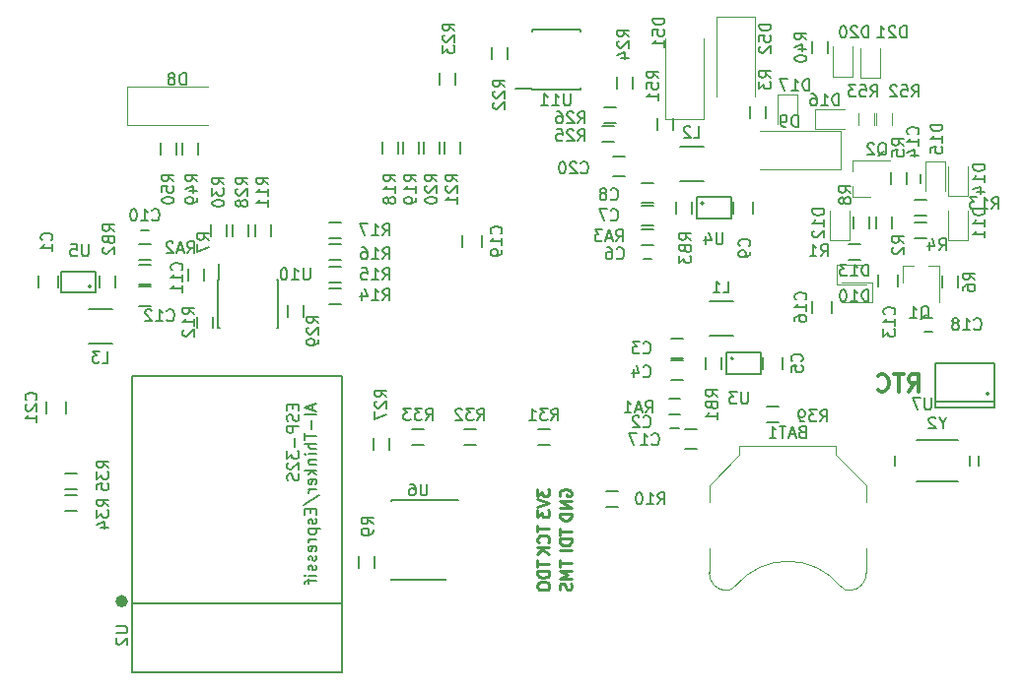
<source format=gbo>
G04 #@! TF.FileFunction,Legend,Bot*
%FSLAX46Y46*%
G04 Gerber Fmt 4.6, Leading zero omitted, Abs format (unit mm)*
G04 Created by KiCad (PCBNEW 4.0.7+dfsg1-1) date Wed Oct  4 12:33:30 2017*
%MOMM*%
%LPD*%
G01*
G04 APERTURE LIST*
%ADD10C,0.100000*%
%ADD11C,0.250000*%
%ADD12C,0.300000*%
%ADD13C,0.120000*%
%ADD14C,0.150000*%
%ADD15C,0.500000*%
%ADD16C,0.200000*%
G04 APERTURE END LIST*
D10*
D11*
X143082381Y-105854286D02*
X143082381Y-106425715D01*
X144082381Y-106140000D02*
X143082381Y-106140000D01*
X143987143Y-107330477D02*
X144034762Y-107282858D01*
X144082381Y-107140001D01*
X144082381Y-107044763D01*
X144034762Y-106901905D01*
X143939524Y-106806667D01*
X143844286Y-106759048D01*
X143653810Y-106711429D01*
X143510952Y-106711429D01*
X143320476Y-106759048D01*
X143225238Y-106806667D01*
X143130000Y-106901905D01*
X143082381Y-107044763D01*
X143082381Y-107140001D01*
X143130000Y-107282858D01*
X143177619Y-107330477D01*
X144082381Y-107759048D02*
X143082381Y-107759048D01*
X144082381Y-108330477D02*
X143510952Y-107901905D01*
X143082381Y-108330477D02*
X143653810Y-107759048D01*
X143082381Y-102726905D02*
X143082381Y-103345953D01*
X143463333Y-103012619D01*
X143463333Y-103155477D01*
X143510952Y-103250715D01*
X143558571Y-103298334D01*
X143653810Y-103345953D01*
X143891905Y-103345953D01*
X143987143Y-103298334D01*
X144034762Y-103250715D01*
X144082381Y-103155477D01*
X144082381Y-102869762D01*
X144034762Y-102774524D01*
X143987143Y-102726905D01*
X143082381Y-103631667D02*
X144082381Y-103965000D01*
X143082381Y-104298334D01*
X143082381Y-104536429D02*
X143082381Y-105155477D01*
X143463333Y-104822143D01*
X143463333Y-104965001D01*
X143510952Y-105060239D01*
X143558571Y-105107858D01*
X143653810Y-105155477D01*
X143891905Y-105155477D01*
X143987143Y-105107858D01*
X144034762Y-105060239D01*
X144082381Y-104965001D01*
X144082381Y-104679286D01*
X144034762Y-104584048D01*
X143987143Y-104536429D01*
X143082381Y-108878476D02*
X143082381Y-109449905D01*
X144082381Y-109164190D02*
X143082381Y-109164190D01*
X144082381Y-109783238D02*
X143082381Y-109783238D01*
X143082381Y-110021333D01*
X143130000Y-110164191D01*
X143225238Y-110259429D01*
X143320476Y-110307048D01*
X143510952Y-110354667D01*
X143653810Y-110354667D01*
X143844286Y-110307048D01*
X143939524Y-110259429D01*
X144034762Y-110164191D01*
X144082381Y-110021333D01*
X144082381Y-109783238D01*
X143082381Y-110973714D02*
X143082381Y-111164191D01*
X143130000Y-111259429D01*
X143225238Y-111354667D01*
X143415714Y-111402286D01*
X143749048Y-111402286D01*
X143939524Y-111354667D01*
X144034762Y-111259429D01*
X144082381Y-111164191D01*
X144082381Y-110973714D01*
X144034762Y-110878476D01*
X143939524Y-110783238D01*
X143749048Y-110735619D01*
X143415714Y-110735619D01*
X143225238Y-110783238D01*
X143130000Y-110878476D01*
X143082381Y-110973714D01*
X145035000Y-103330096D02*
X144987381Y-103234858D01*
X144987381Y-103092001D01*
X145035000Y-102949143D01*
X145130238Y-102853905D01*
X145225476Y-102806286D01*
X145415952Y-102758667D01*
X145558810Y-102758667D01*
X145749286Y-102806286D01*
X145844524Y-102853905D01*
X145939762Y-102949143D01*
X145987381Y-103092001D01*
X145987381Y-103187239D01*
X145939762Y-103330096D01*
X145892143Y-103377715D01*
X145558810Y-103377715D01*
X145558810Y-103187239D01*
X145987381Y-103806286D02*
X144987381Y-103806286D01*
X145987381Y-104377715D01*
X144987381Y-104377715D01*
X145987381Y-104853905D02*
X144987381Y-104853905D01*
X144987381Y-105092000D01*
X145035000Y-105234858D01*
X145130238Y-105330096D01*
X145225476Y-105377715D01*
X145415952Y-105425334D01*
X145558810Y-105425334D01*
X145749286Y-105377715D01*
X145844524Y-105330096D01*
X145939762Y-105234858D01*
X145987381Y-105092000D01*
X145987381Y-104853905D01*
X144987381Y-106116191D02*
X144987381Y-106687620D01*
X145987381Y-106401905D02*
X144987381Y-106401905D01*
X145987381Y-107020953D02*
X144987381Y-107020953D01*
X144987381Y-107259048D01*
X145035000Y-107401906D01*
X145130238Y-107497144D01*
X145225476Y-107544763D01*
X145415952Y-107592382D01*
X145558810Y-107592382D01*
X145749286Y-107544763D01*
X145844524Y-107497144D01*
X145939762Y-107401906D01*
X145987381Y-107259048D01*
X145987381Y-107020953D01*
X145987381Y-108020953D02*
X144987381Y-108020953D01*
X144987381Y-108854667D02*
X144987381Y-109426096D01*
X145987381Y-109140381D02*
X144987381Y-109140381D01*
X145987381Y-109759429D02*
X144987381Y-109759429D01*
X145701667Y-110092763D01*
X144987381Y-110426096D01*
X145987381Y-110426096D01*
X145939762Y-110854667D02*
X145987381Y-110997524D01*
X145987381Y-111235620D01*
X145939762Y-111330858D01*
X145892143Y-111378477D01*
X145796905Y-111426096D01*
X145701667Y-111426096D01*
X145606429Y-111378477D01*
X145558810Y-111330858D01*
X145511190Y-111235620D01*
X145463571Y-111045143D01*
X145415952Y-110949905D01*
X145368333Y-110902286D01*
X145273095Y-110854667D01*
X145177857Y-110854667D01*
X145082619Y-110902286D01*
X145035000Y-110949905D01*
X144987381Y-111045143D01*
X144987381Y-111283239D01*
X145035000Y-111426096D01*
D12*
X174967142Y-94356571D02*
X175467142Y-93642286D01*
X175824285Y-94356571D02*
X175824285Y-92856571D01*
X175252857Y-92856571D01*
X175109999Y-92928000D01*
X175038571Y-92999429D01*
X174967142Y-93142286D01*
X174967142Y-93356571D01*
X175038571Y-93499429D01*
X175109999Y-93570857D01*
X175252857Y-93642286D01*
X175824285Y-93642286D01*
X174538571Y-92856571D02*
X173681428Y-92856571D01*
X174109999Y-94356571D02*
X174109999Y-92856571D01*
X172324285Y-94213714D02*
X172395714Y-94285143D01*
X172610000Y-94356571D01*
X172752857Y-94356571D01*
X172967142Y-94285143D01*
X173110000Y-94142286D01*
X173181428Y-93999429D01*
X173252857Y-93713714D01*
X173252857Y-93499429D01*
X173181428Y-93213714D01*
X173110000Y-93070857D01*
X172967142Y-92928000D01*
X172752857Y-92856571D01*
X172610000Y-92856571D01*
X172395714Y-92928000D01*
X172324285Y-92999429D01*
D13*
X157345000Y-70900000D02*
X154045000Y-70900000D01*
X154045000Y-70900000D02*
X154045000Y-64000000D01*
X157345000Y-70900000D02*
X157345000Y-64000000D01*
D14*
X153369000Y-70826000D02*
X153369000Y-71826000D01*
X154719000Y-71826000D02*
X154719000Y-70826000D01*
X157870000Y-89565000D02*
X159870000Y-89565000D01*
X159870000Y-86615000D02*
X157870000Y-86615000D01*
X159886803Y-91500000D02*
G75*
G03X159886803Y-91500000I-111803J0D01*
G01*
X159275000Y-92800000D02*
X162275000Y-92800000D01*
X162275000Y-92800000D02*
X162275000Y-91000000D01*
X162275000Y-91000000D02*
X159275000Y-91000000D01*
X159275000Y-91000000D02*
X159275000Y-92800000D01*
X155330000Y-76230000D02*
X157330000Y-76230000D01*
X157330000Y-73280000D02*
X155330000Y-73280000D01*
X157346803Y-78135000D02*
G75*
G03X157346803Y-78135000I-111803J0D01*
G01*
X156735000Y-79435000D02*
X159735000Y-79435000D01*
X159735000Y-79435000D02*
X159735000Y-77635000D01*
X159735000Y-77635000D02*
X156735000Y-77635000D01*
X156735000Y-77635000D02*
X156735000Y-79435000D01*
X106530000Y-87250000D02*
X104530000Y-87250000D01*
X104530000Y-90200000D02*
X106530000Y-90200000D01*
X104736803Y-85315000D02*
G75*
G03X104736803Y-85315000I-111803J0D01*
G01*
X105125000Y-84015000D02*
X102125000Y-84015000D01*
X102125000Y-84015000D02*
X102125000Y-85815000D01*
X102125000Y-85815000D02*
X105125000Y-85815000D01*
X105125000Y-85815000D02*
X105125000Y-84015000D01*
X100235000Y-85415000D02*
X100235000Y-84415000D01*
X101935000Y-84415000D02*
X101935000Y-85415000D01*
X155560000Y-91480000D02*
X154560000Y-91480000D01*
X154560000Y-89780000D02*
X155560000Y-89780000D01*
X155560000Y-93385000D02*
X154560000Y-93385000D01*
X154560000Y-91685000D02*
X155560000Y-91685000D01*
X164165000Y-91400000D02*
X164165000Y-92400000D01*
X162465000Y-92400000D02*
X162465000Y-91400000D01*
X153020000Y-80050000D02*
X152020000Y-80050000D01*
X152020000Y-78350000D02*
X153020000Y-78350000D01*
X153020000Y-78145000D02*
X152020000Y-78145000D01*
X152020000Y-76445000D02*
X153020000Y-76445000D01*
X161625000Y-78065000D02*
X161625000Y-79065000D01*
X159925000Y-79065000D02*
X159925000Y-78065000D01*
X108840000Y-83430000D02*
X109840000Y-83430000D01*
X109840000Y-85130000D02*
X108840000Y-85130000D01*
X108840000Y-85335000D02*
X109840000Y-85335000D01*
X109840000Y-87035000D02*
X108840000Y-87035000D01*
X181857000Y-94567000D02*
G75*
G03X181857000Y-94567000I-127000J0D01*
G01*
X182365000Y-95202000D02*
X177285000Y-95202000D01*
X182365000Y-91900000D02*
X177285000Y-91900000D01*
X182365000Y-95710000D02*
X177285000Y-95710000D01*
X182365000Y-95710000D02*
X182365000Y-91900000D01*
X177285000Y-95710000D02*
X177285000Y-91900000D01*
X174071000Y-84288000D02*
X174071000Y-85288000D01*
X172371000Y-85288000D02*
X172371000Y-84288000D01*
D13*
X174435000Y-83520000D02*
X175365000Y-83520000D01*
X177595000Y-83520000D02*
X176665000Y-83520000D01*
X177595000Y-83520000D02*
X177595000Y-86680000D01*
X174435000Y-83520000D02*
X174435000Y-84980000D01*
X170175000Y-77605000D02*
X170175000Y-76675000D01*
X170175000Y-74445000D02*
X170175000Y-75375000D01*
X170175000Y-74445000D02*
X173335000Y-74445000D01*
X170175000Y-77605000D02*
X171635000Y-77605000D01*
D14*
X154510000Y-97510000D02*
X155210000Y-97510000D01*
X155210000Y-96310000D02*
X154510000Y-96310000D01*
X152170000Y-82975000D02*
X152870000Y-82975000D01*
X152870000Y-81775000D02*
X152170000Y-81775000D01*
X109690000Y-80505000D02*
X108990000Y-80505000D01*
X108990000Y-81705000D02*
X109690000Y-81705000D01*
X174780000Y-75675000D02*
X174780000Y-76375000D01*
X175980000Y-76375000D02*
X175980000Y-75675000D01*
X170800000Y-81700000D02*
X169800000Y-81700000D01*
X169800000Y-83050000D02*
X170800000Y-83050000D01*
X172165000Y-79335000D02*
X172165000Y-80335000D01*
X173515000Y-80335000D02*
X173515000Y-79335000D01*
X175515000Y-81145000D02*
X176515000Y-81145000D01*
X176515000Y-79795000D02*
X175515000Y-79795000D01*
X174785000Y-76525000D02*
X174785000Y-75525000D01*
X173435000Y-75525000D02*
X173435000Y-76525000D01*
X179230000Y-85415000D02*
X179230000Y-84415000D01*
X177880000Y-84415000D02*
X177880000Y-85415000D01*
X114460000Y-84780000D02*
X114460000Y-83780000D01*
X113110000Y-83780000D02*
X113110000Y-84780000D01*
X170260000Y-79335000D02*
X170260000Y-80335000D01*
X171610000Y-80335000D02*
X171610000Y-79335000D01*
X129065000Y-109545000D02*
X129065000Y-108545000D01*
X127715000Y-108545000D02*
X127715000Y-109545000D01*
X148972000Y-104259000D02*
X149972000Y-104259000D01*
X149972000Y-102909000D02*
X148972000Y-102909000D01*
X175515000Y-79240000D02*
X176515000Y-79240000D01*
X176515000Y-77890000D02*
X175515000Y-77890000D01*
X155360000Y-94965000D02*
X154360000Y-94965000D01*
X154360000Y-96315000D02*
X155360000Y-96315000D01*
X108840000Y-83050000D02*
X109840000Y-83050000D01*
X109840000Y-81700000D02*
X108840000Y-81700000D01*
X153020000Y-80430000D02*
X152020000Y-80430000D01*
X152020000Y-81780000D02*
X153020000Y-81780000D01*
X158910000Y-92400000D02*
X158910000Y-91400000D01*
X157560000Y-91400000D02*
X157560000Y-92400000D01*
X105490000Y-84415000D02*
X105490000Y-85415000D01*
X106840000Y-85415000D02*
X106840000Y-84415000D01*
X156370000Y-79065000D02*
X156370000Y-78065000D01*
X155020000Y-78065000D02*
X155020000Y-79065000D01*
X125182000Y-86860000D02*
X126182000Y-86860000D01*
X126182000Y-85510000D02*
X125182000Y-85510000D01*
X125182000Y-84954000D02*
X126182000Y-84954000D01*
X126182000Y-83604000D02*
X125182000Y-83604000D01*
X125182000Y-83050000D02*
X126182000Y-83050000D01*
X126182000Y-81700000D02*
X125182000Y-81700000D01*
X125182000Y-81145000D02*
X126182000Y-81145000D01*
X126182000Y-79795000D02*
X125182000Y-79795000D01*
X129747000Y-72858000D02*
X129747000Y-73858000D01*
X131097000Y-73858000D02*
X131097000Y-72858000D01*
X131525000Y-72858000D02*
X131525000Y-73858000D01*
X132875000Y-73858000D02*
X132875000Y-72858000D01*
X133303000Y-72858000D02*
X133303000Y-73858000D01*
X134653000Y-73858000D02*
X134653000Y-72858000D01*
X135081000Y-72858000D02*
X135081000Y-73858000D01*
X136431000Y-73858000D02*
X136431000Y-72858000D01*
X115655000Y-84745000D02*
X115705000Y-84745000D01*
X115655000Y-88895000D02*
X115800000Y-88895000D01*
X120805000Y-88895000D02*
X120660000Y-88895000D01*
X120805000Y-84745000D02*
X120660000Y-84745000D01*
X115655000Y-84745000D02*
X115655000Y-88895000D01*
X120805000Y-84745000D02*
X120805000Y-88895000D01*
X115705000Y-84745000D02*
X115705000Y-83345000D01*
X176300000Y-89198000D02*
X177000000Y-89198000D01*
X177000000Y-87998000D02*
X176300000Y-87998000D01*
X142605000Y-68375000D02*
X142605000Y-68325000D01*
X146755000Y-68375000D02*
X146755000Y-68230000D01*
X146755000Y-63225000D02*
X146755000Y-63370000D01*
X142605000Y-63225000D02*
X142605000Y-63370000D01*
X142605000Y-68375000D02*
X146755000Y-68375000D01*
X142605000Y-63225000D02*
X146755000Y-63225000D01*
X142605000Y-68325000D02*
X141205000Y-68325000D01*
D15*
X107638415Y-112384338D02*
G75*
G03X107638415Y-112384338I-283981J0D01*
G01*
D14*
X126260434Y-112530338D02*
X108260434Y-112530338D01*
X108260434Y-118530338D02*
X108260434Y-93030338D01*
X126260434Y-118530338D02*
X126260434Y-93030338D01*
X126260434Y-93030338D02*
X108260434Y-93030338D01*
X126260434Y-118530338D02*
X108260434Y-118530338D01*
X161370000Y-69810000D02*
X161370000Y-70810000D01*
X162720000Y-70810000D02*
X162720000Y-69810000D01*
X139145000Y-64730000D02*
X139145000Y-65730000D01*
X140495000Y-65730000D02*
X140495000Y-64730000D01*
X134700000Y-66932000D02*
X134700000Y-67932000D01*
X136050000Y-67932000D02*
X136050000Y-66932000D01*
X149940000Y-67270000D02*
X149940000Y-68270000D01*
X151290000Y-68270000D02*
X151290000Y-67270000D01*
X148675000Y-72890000D02*
X149675000Y-72890000D01*
X149675000Y-71540000D02*
X148675000Y-71540000D01*
X148780000Y-71275000D02*
X149780000Y-71275000D01*
X149780000Y-69925000D02*
X148780000Y-69925000D01*
X130510000Y-103690000D02*
X130510000Y-103790000D01*
X130510000Y-110515000D02*
X130510000Y-110490000D01*
X135160000Y-110515000D02*
X135160000Y-110490000D01*
X136235000Y-103690000D02*
X130510000Y-103690000D01*
X135160000Y-110515000D02*
X130510000Y-110515000D01*
X120175000Y-80970000D02*
X120175000Y-79970000D01*
X118825000Y-79970000D02*
X118825000Y-80970000D01*
X113805000Y-87900000D02*
X113805000Y-88900000D01*
X115155000Y-88900000D02*
X115155000Y-87900000D01*
X128985000Y-98385000D02*
X128985000Y-99385000D01*
X130335000Y-99385000D02*
X130335000Y-98385000D01*
X118270000Y-80970000D02*
X118270000Y-79970000D01*
X116920000Y-79970000D02*
X116920000Y-80970000D01*
X122955000Y-87900000D02*
X122955000Y-86900000D01*
X121605000Y-86900000D02*
X121605000Y-87900000D01*
X116365000Y-80970000D02*
X116365000Y-79970000D01*
X115015000Y-79970000D02*
X115015000Y-80970000D01*
X143130000Y-98925000D02*
X144130000Y-98925000D01*
X144130000Y-97575000D02*
X143130000Y-97575000D01*
X136780000Y-98925000D02*
X137780000Y-98925000D01*
X137780000Y-97575000D02*
X136780000Y-97575000D01*
X132335000Y-98925000D02*
X133335000Y-98925000D01*
X133335000Y-97575000D02*
X132335000Y-97575000D01*
X103490000Y-103290000D02*
X102490000Y-103290000D01*
X102490000Y-104640000D02*
X103490000Y-104640000D01*
X103490000Y-101385000D02*
X102490000Y-101385000D01*
X102490000Y-102735000D02*
X103490000Y-102735000D01*
X168356000Y-86574000D02*
X168356000Y-87574000D01*
X166656000Y-87574000D02*
X166656000Y-86574000D01*
X162815000Y-97020000D02*
X163815000Y-97020000D01*
X163815000Y-95670000D02*
X162815000Y-95670000D01*
X166704000Y-64222000D02*
X166704000Y-65222000D01*
X168054000Y-65222000D02*
X168054000Y-64222000D01*
X156780000Y-99250000D02*
X155780000Y-99250000D01*
X155780000Y-97550000D02*
X156780000Y-97550000D01*
X138330000Y-80900000D02*
X138330000Y-81900000D01*
X136630000Y-81900000D02*
X136630000Y-80900000D01*
X149580000Y-74150000D02*
X150580000Y-74150000D01*
X150580000Y-75850000D02*
X149580000Y-75850000D01*
X100870000Y-96210000D02*
X100870000Y-95210000D01*
X102570000Y-95210000D02*
X102570000Y-96210000D01*
X112602000Y-72985000D02*
X112602000Y-73985000D01*
X113952000Y-73985000D02*
X113952000Y-72985000D01*
X110697000Y-72985000D02*
X110697000Y-73985000D01*
X112047000Y-73985000D02*
X112047000Y-72985000D01*
D13*
X172160000Y-70445000D02*
X172160000Y-71445000D01*
X173520000Y-71445000D02*
X173520000Y-70445000D01*
X170636000Y-70445000D02*
X170636000Y-71445000D01*
X171996000Y-71445000D02*
X171996000Y-70445000D01*
X159170385Y-111454160D02*
G75*
G03X160085000Y-111070000I124615J984160D01*
G01*
X169999615Y-111454160D02*
G75*
G02X169085000Y-111070000I-124615J984160D01*
G01*
X160094339Y-111058671D02*
G75*
G02X169085000Y-111070000I4490661J-3711329D01*
G01*
X157835000Y-109920000D02*
G75*
G03X159285000Y-111470000I1500000J-50000D01*
G01*
X171335000Y-109920000D02*
G75*
G02X169885000Y-111470000I-1500000J-50000D01*
G01*
X157835000Y-107870000D02*
X157835000Y-109970000D01*
X171335000Y-107870000D02*
X171335000Y-109970000D01*
X171335000Y-103870000D02*
X171335000Y-102420000D01*
X171335000Y-102420000D02*
X168735000Y-99820000D01*
X168735000Y-99820000D02*
X168735000Y-99020000D01*
X168735000Y-99020000D02*
X160435000Y-99020000D01*
X160435000Y-99020000D02*
X160435000Y-99820000D01*
X160435000Y-99820000D02*
X157835000Y-102420000D01*
X157835000Y-102420000D02*
X157835000Y-103870000D01*
D14*
X173812000Y-99882000D02*
X173812000Y-100682000D01*
X179212000Y-98482000D02*
X175612000Y-98482000D01*
X179212000Y-102082000D02*
X175612000Y-102082000D01*
X180212000Y-99882000D02*
X180212000Y-100682000D01*
X181012000Y-99882000D02*
X181012000Y-100682000D01*
D13*
X176435000Y-74525000D02*
X178135000Y-74525000D01*
X178135000Y-74525000D02*
X178135000Y-77075000D01*
X176435000Y-74525000D02*
X176435000Y-77075000D01*
X168800000Y-85130000D02*
X168800000Y-83430000D01*
X168800000Y-83430000D02*
X171350000Y-83430000D01*
X168800000Y-85130000D02*
X171350000Y-85130000D01*
X180040000Y-81335000D02*
X178340000Y-81335000D01*
X178340000Y-81335000D02*
X178340000Y-78785000D01*
X180040000Y-81335000D02*
X180040000Y-78785000D01*
X169880000Y-81335000D02*
X168180000Y-81335000D01*
X168180000Y-81335000D02*
X168180000Y-78785000D01*
X169880000Y-81335000D02*
X169880000Y-78785000D01*
X171800000Y-84954000D02*
X171800000Y-86654000D01*
X171800000Y-86654000D02*
X169250000Y-86654000D01*
X171800000Y-84954000D02*
X169250000Y-84954000D01*
X180040000Y-77525000D02*
X178340000Y-77525000D01*
X178340000Y-77525000D02*
X178340000Y-74975000D01*
X180040000Y-77525000D02*
X180040000Y-74975000D01*
X166895000Y-71795000D02*
X166895000Y-70095000D01*
X166895000Y-70095000D02*
X169445000Y-70095000D01*
X166895000Y-71795000D02*
X169445000Y-71795000D01*
X163735000Y-68810000D02*
X165435000Y-68810000D01*
X165435000Y-68810000D02*
X165435000Y-71360000D01*
X163735000Y-68810000D02*
X163735000Y-71360000D01*
X170134000Y-67238000D02*
X168434000Y-67238000D01*
X168434000Y-67238000D02*
X168434000Y-64688000D01*
X170134000Y-67238000D02*
X170134000Y-64688000D01*
X172547000Y-67331000D02*
X170847000Y-67331000D01*
X170847000Y-67331000D02*
X170847000Y-64781000D01*
X172547000Y-67331000D02*
X172547000Y-64781000D01*
X107861000Y-71452000D02*
X107861000Y-68152000D01*
X107861000Y-68152000D02*
X114761000Y-68152000D01*
X107861000Y-71452000D02*
X114761000Y-71452000D01*
X169112000Y-71962000D02*
X169112000Y-75262000D01*
X169112000Y-75262000D02*
X162212000Y-75262000D01*
X169112000Y-71962000D02*
X162212000Y-71962000D01*
X158490000Y-62100000D02*
X161790000Y-62100000D01*
X161790000Y-62100000D02*
X161790000Y-69000000D01*
X158490000Y-62100000D02*
X158490000Y-69000000D01*
D14*
X153988381Y-62237714D02*
X152988381Y-62237714D01*
X152988381Y-62475809D01*
X153036000Y-62618667D01*
X153131238Y-62713905D01*
X153226476Y-62761524D01*
X153416952Y-62809143D01*
X153559810Y-62809143D01*
X153750286Y-62761524D01*
X153845524Y-62713905D01*
X153940762Y-62618667D01*
X153988381Y-62475809D01*
X153988381Y-62237714D01*
X152988381Y-63713905D02*
X152988381Y-63237714D01*
X153464571Y-63190095D01*
X153416952Y-63237714D01*
X153369333Y-63332952D01*
X153369333Y-63571048D01*
X153416952Y-63666286D01*
X153464571Y-63713905D01*
X153559810Y-63761524D01*
X153797905Y-63761524D01*
X153893143Y-63713905D01*
X153940762Y-63666286D01*
X153988381Y-63571048D01*
X153988381Y-63332952D01*
X153940762Y-63237714D01*
X153893143Y-63190095D01*
X153988381Y-64713905D02*
X153988381Y-64142476D01*
X153988381Y-64428190D02*
X152988381Y-64428190D01*
X153131238Y-64332952D01*
X153226476Y-64237714D01*
X153274095Y-64142476D01*
X153480381Y-67381143D02*
X153004190Y-67047809D01*
X153480381Y-66809714D02*
X152480381Y-66809714D01*
X152480381Y-67190667D01*
X152528000Y-67285905D01*
X152575619Y-67333524D01*
X152670857Y-67381143D01*
X152813714Y-67381143D01*
X152908952Y-67333524D01*
X152956571Y-67285905D01*
X153004190Y-67190667D01*
X153004190Y-66809714D01*
X152480381Y-68285905D02*
X152480381Y-67809714D01*
X152956571Y-67762095D01*
X152908952Y-67809714D01*
X152861333Y-67904952D01*
X152861333Y-68143048D01*
X152908952Y-68238286D01*
X152956571Y-68285905D01*
X153051810Y-68333524D01*
X153289905Y-68333524D01*
X153385143Y-68285905D01*
X153432762Y-68238286D01*
X153480381Y-68143048D01*
X153480381Y-67904952D01*
X153432762Y-67809714D01*
X153385143Y-67762095D01*
X153480381Y-69285905D02*
X153480381Y-68714476D01*
X153480381Y-69000190D02*
X152480381Y-69000190D01*
X152623238Y-68904952D01*
X152718476Y-68809714D01*
X152766095Y-68714476D01*
X159036666Y-85842381D02*
X159512857Y-85842381D01*
X159512857Y-84842381D01*
X158179523Y-85842381D02*
X158750952Y-85842381D01*
X158465238Y-85842381D02*
X158465238Y-84842381D01*
X158560476Y-84985238D01*
X158655714Y-85080476D01*
X158750952Y-85128095D01*
D16*
X161155905Y-94400381D02*
X161155905Y-95209905D01*
X161108286Y-95305143D01*
X161060667Y-95352762D01*
X160965429Y-95400381D01*
X160774952Y-95400381D01*
X160679714Y-95352762D01*
X160632095Y-95305143D01*
X160584476Y-95209905D01*
X160584476Y-94400381D01*
X160203524Y-94400381D02*
X159584476Y-94400381D01*
X159917810Y-94781333D01*
X159774952Y-94781333D01*
X159679714Y-94828952D01*
X159632095Y-94876571D01*
X159584476Y-94971810D01*
X159584476Y-95209905D01*
X159632095Y-95305143D01*
X159679714Y-95352762D01*
X159774952Y-95400381D01*
X160060667Y-95400381D01*
X160155905Y-95352762D01*
X160203524Y-95305143D01*
D14*
X156496666Y-72507381D02*
X156972857Y-72507381D01*
X156972857Y-71507381D01*
X156210952Y-71602619D02*
X156163333Y-71555000D01*
X156068095Y-71507381D01*
X155829999Y-71507381D01*
X155734761Y-71555000D01*
X155687142Y-71602619D01*
X155639523Y-71697857D01*
X155639523Y-71793095D01*
X155687142Y-71935952D01*
X156258571Y-72507381D01*
X155639523Y-72507381D01*
D16*
X158996905Y-80684381D02*
X158996905Y-81493905D01*
X158949286Y-81589143D01*
X158901667Y-81636762D01*
X158806429Y-81684381D01*
X158615952Y-81684381D01*
X158520714Y-81636762D01*
X158473095Y-81589143D01*
X158425476Y-81493905D01*
X158425476Y-80684381D01*
X157520714Y-81017714D02*
X157520714Y-81684381D01*
X157758810Y-80636762D02*
X157996905Y-81351048D01*
X157377857Y-81351048D01*
D14*
X105696666Y-91877381D02*
X106172857Y-91877381D01*
X106172857Y-90877381D01*
X105458571Y-90877381D02*
X104839523Y-90877381D01*
X105172857Y-91258333D01*
X105029999Y-91258333D01*
X104934761Y-91305952D01*
X104887142Y-91353571D01*
X104839523Y-91448810D01*
X104839523Y-91686905D01*
X104887142Y-91782143D01*
X104934761Y-91829762D01*
X105029999Y-91877381D01*
X105315714Y-91877381D01*
X105410952Y-91829762D01*
X105458571Y-91782143D01*
D16*
X104513905Y-81700381D02*
X104513905Y-82509905D01*
X104466286Y-82605143D01*
X104418667Y-82652762D01*
X104323429Y-82700381D01*
X104132952Y-82700381D01*
X104037714Y-82652762D01*
X103990095Y-82605143D01*
X103942476Y-82509905D01*
X103942476Y-81700381D01*
X102990095Y-81700381D02*
X103466286Y-81700381D01*
X103513905Y-82176571D01*
X103466286Y-82128952D01*
X103371048Y-82081333D01*
X103132952Y-82081333D01*
X103037714Y-82128952D01*
X102990095Y-82176571D01*
X102942476Y-82271810D01*
X102942476Y-82509905D01*
X102990095Y-82605143D01*
X103037714Y-82652762D01*
X103132952Y-82700381D01*
X103371048Y-82700381D01*
X103466286Y-82652762D01*
X103513905Y-82605143D01*
D14*
X101315143Y-81319334D02*
X101362762Y-81271715D01*
X101410381Y-81128858D01*
X101410381Y-81033620D01*
X101362762Y-80890762D01*
X101267524Y-80795524D01*
X101172286Y-80747905D01*
X100981810Y-80700286D01*
X100838952Y-80700286D01*
X100648476Y-80747905D01*
X100553238Y-80795524D01*
X100458000Y-80890762D01*
X100410381Y-81033620D01*
X100410381Y-81128858D01*
X100458000Y-81271715D01*
X100505619Y-81319334D01*
X101410381Y-82271715D02*
X101410381Y-81700286D01*
X101410381Y-81986000D02*
X100410381Y-81986000D01*
X100553238Y-81890762D01*
X100648476Y-81795524D01*
X100696095Y-81700286D01*
X152178666Y-90987143D02*
X152226285Y-91034762D01*
X152369142Y-91082381D01*
X152464380Y-91082381D01*
X152607238Y-91034762D01*
X152702476Y-90939524D01*
X152750095Y-90844286D01*
X152797714Y-90653810D01*
X152797714Y-90510952D01*
X152750095Y-90320476D01*
X152702476Y-90225238D01*
X152607238Y-90130000D01*
X152464380Y-90082381D01*
X152369142Y-90082381D01*
X152226285Y-90130000D01*
X152178666Y-90177619D01*
X151845333Y-90082381D02*
X151226285Y-90082381D01*
X151559619Y-90463333D01*
X151416761Y-90463333D01*
X151321523Y-90510952D01*
X151273904Y-90558571D01*
X151226285Y-90653810D01*
X151226285Y-90891905D01*
X151273904Y-90987143D01*
X151321523Y-91034762D01*
X151416761Y-91082381D01*
X151702476Y-91082381D01*
X151797714Y-91034762D01*
X151845333Y-90987143D01*
X152178666Y-93019143D02*
X152226285Y-93066762D01*
X152369142Y-93114381D01*
X152464380Y-93114381D01*
X152607238Y-93066762D01*
X152702476Y-92971524D01*
X152750095Y-92876286D01*
X152797714Y-92685810D01*
X152797714Y-92542952D01*
X152750095Y-92352476D01*
X152702476Y-92257238D01*
X152607238Y-92162000D01*
X152464380Y-92114381D01*
X152369142Y-92114381D01*
X152226285Y-92162000D01*
X152178666Y-92209619D01*
X151321523Y-92447714D02*
X151321523Y-93114381D01*
X151559619Y-92066762D02*
X151797714Y-92781048D01*
X151178666Y-92781048D01*
X165772143Y-91733334D02*
X165819762Y-91685715D01*
X165867381Y-91542858D01*
X165867381Y-91447620D01*
X165819762Y-91304762D01*
X165724524Y-91209524D01*
X165629286Y-91161905D01*
X165438810Y-91114286D01*
X165295952Y-91114286D01*
X165105476Y-91161905D01*
X165010238Y-91209524D01*
X164915000Y-91304762D01*
X164867381Y-91447620D01*
X164867381Y-91542858D01*
X164915000Y-91685715D01*
X164962619Y-91733334D01*
X164867381Y-92638096D02*
X164867381Y-92161905D01*
X165343571Y-92114286D01*
X165295952Y-92161905D01*
X165248333Y-92257143D01*
X165248333Y-92495239D01*
X165295952Y-92590477D01*
X165343571Y-92638096D01*
X165438810Y-92685715D01*
X165676905Y-92685715D01*
X165772143Y-92638096D01*
X165819762Y-92590477D01*
X165867381Y-92495239D01*
X165867381Y-92257143D01*
X165819762Y-92161905D01*
X165772143Y-92114286D01*
X149384666Y-79557143D02*
X149432285Y-79604762D01*
X149575142Y-79652381D01*
X149670380Y-79652381D01*
X149813238Y-79604762D01*
X149908476Y-79509524D01*
X149956095Y-79414286D01*
X150003714Y-79223810D01*
X150003714Y-79080952D01*
X149956095Y-78890476D01*
X149908476Y-78795238D01*
X149813238Y-78700000D01*
X149670380Y-78652381D01*
X149575142Y-78652381D01*
X149432285Y-78700000D01*
X149384666Y-78747619D01*
X149051333Y-78652381D02*
X148384666Y-78652381D01*
X148813238Y-79652381D01*
X149384666Y-77779143D02*
X149432285Y-77826762D01*
X149575142Y-77874381D01*
X149670380Y-77874381D01*
X149813238Y-77826762D01*
X149908476Y-77731524D01*
X149956095Y-77636286D01*
X150003714Y-77445810D01*
X150003714Y-77302952D01*
X149956095Y-77112476D01*
X149908476Y-77017238D01*
X149813238Y-76922000D01*
X149670380Y-76874381D01*
X149575142Y-76874381D01*
X149432285Y-76922000D01*
X149384666Y-76969619D01*
X148813238Y-77302952D02*
X148908476Y-77255333D01*
X148956095Y-77207714D01*
X149003714Y-77112476D01*
X149003714Y-77064857D01*
X148956095Y-76969619D01*
X148908476Y-76922000D01*
X148813238Y-76874381D01*
X148622761Y-76874381D01*
X148527523Y-76922000D01*
X148479904Y-76969619D01*
X148432285Y-77064857D01*
X148432285Y-77112476D01*
X148479904Y-77207714D01*
X148527523Y-77255333D01*
X148622761Y-77302952D01*
X148813238Y-77302952D01*
X148908476Y-77350571D01*
X148956095Y-77398190D01*
X149003714Y-77493429D01*
X149003714Y-77683905D01*
X148956095Y-77779143D01*
X148908476Y-77826762D01*
X148813238Y-77874381D01*
X148622761Y-77874381D01*
X148527523Y-77826762D01*
X148479904Y-77779143D01*
X148432285Y-77683905D01*
X148432285Y-77493429D01*
X148479904Y-77398190D01*
X148527523Y-77350571D01*
X148622761Y-77302952D01*
X161259143Y-81827334D02*
X161306762Y-81779715D01*
X161354381Y-81636858D01*
X161354381Y-81541620D01*
X161306762Y-81398762D01*
X161211524Y-81303524D01*
X161116286Y-81255905D01*
X160925810Y-81208286D01*
X160782952Y-81208286D01*
X160592476Y-81255905D01*
X160497238Y-81303524D01*
X160402000Y-81398762D01*
X160354381Y-81541620D01*
X160354381Y-81636858D01*
X160402000Y-81779715D01*
X160449619Y-81827334D01*
X161354381Y-82303524D02*
X161354381Y-82494000D01*
X161306762Y-82589239D01*
X161259143Y-82636858D01*
X161116286Y-82732096D01*
X160925810Y-82779715D01*
X160544857Y-82779715D01*
X160449619Y-82732096D01*
X160402000Y-82684477D01*
X160354381Y-82589239D01*
X160354381Y-82398762D01*
X160402000Y-82303524D01*
X160449619Y-82255905D01*
X160544857Y-82208286D01*
X160782952Y-82208286D01*
X160878190Y-82255905D01*
X160925810Y-82303524D01*
X160973429Y-82398762D01*
X160973429Y-82589239D01*
X160925810Y-82684477D01*
X160878190Y-82732096D01*
X160782952Y-82779715D01*
X112491143Y-83891143D02*
X112538762Y-83843524D01*
X112586381Y-83700667D01*
X112586381Y-83605429D01*
X112538762Y-83462571D01*
X112443524Y-83367333D01*
X112348286Y-83319714D01*
X112157810Y-83272095D01*
X112014952Y-83272095D01*
X111824476Y-83319714D01*
X111729238Y-83367333D01*
X111634000Y-83462571D01*
X111586381Y-83605429D01*
X111586381Y-83700667D01*
X111634000Y-83843524D01*
X111681619Y-83891143D01*
X112586381Y-84843524D02*
X112586381Y-84272095D01*
X112586381Y-84557809D02*
X111586381Y-84557809D01*
X111729238Y-84462571D01*
X111824476Y-84367333D01*
X111872095Y-84272095D01*
X112586381Y-85795905D02*
X112586381Y-85224476D01*
X112586381Y-85510190D02*
X111586381Y-85510190D01*
X111729238Y-85414952D01*
X111824476Y-85319714D01*
X111872095Y-85224476D01*
X111252857Y-88193143D02*
X111300476Y-88240762D01*
X111443333Y-88288381D01*
X111538571Y-88288381D01*
X111681429Y-88240762D01*
X111776667Y-88145524D01*
X111824286Y-88050286D01*
X111871905Y-87859810D01*
X111871905Y-87716952D01*
X111824286Y-87526476D01*
X111776667Y-87431238D01*
X111681429Y-87336000D01*
X111538571Y-87288381D01*
X111443333Y-87288381D01*
X111300476Y-87336000D01*
X111252857Y-87383619D01*
X110300476Y-88288381D02*
X110871905Y-88288381D01*
X110586191Y-88288381D02*
X110586191Y-87288381D01*
X110681429Y-87431238D01*
X110776667Y-87526476D01*
X110871905Y-87574095D01*
X109919524Y-87383619D02*
X109871905Y-87336000D01*
X109776667Y-87288381D01*
X109538571Y-87288381D01*
X109443333Y-87336000D01*
X109395714Y-87383619D01*
X109348095Y-87478857D01*
X109348095Y-87574095D01*
X109395714Y-87716952D01*
X109967143Y-88288381D01*
X109348095Y-88288381D01*
X176903905Y-94908381D02*
X176903905Y-95717905D01*
X176856286Y-95813143D01*
X176808667Y-95860762D01*
X176713429Y-95908381D01*
X176522952Y-95908381D01*
X176427714Y-95860762D01*
X176380095Y-95813143D01*
X176332476Y-95717905D01*
X176332476Y-94908381D01*
X175951524Y-94908381D02*
X175284857Y-94908381D01*
X175713429Y-95908381D01*
X173705143Y-87701143D02*
X173752762Y-87653524D01*
X173800381Y-87510667D01*
X173800381Y-87415429D01*
X173752762Y-87272571D01*
X173657524Y-87177333D01*
X173562286Y-87129714D01*
X173371810Y-87082095D01*
X173228952Y-87082095D01*
X173038476Y-87129714D01*
X172943238Y-87177333D01*
X172848000Y-87272571D01*
X172800381Y-87415429D01*
X172800381Y-87510667D01*
X172848000Y-87653524D01*
X172895619Y-87701143D01*
X173800381Y-88653524D02*
X173800381Y-88082095D01*
X173800381Y-88367809D02*
X172800381Y-88367809D01*
X172943238Y-88272571D01*
X173038476Y-88177333D01*
X173086095Y-88082095D01*
X172800381Y-88986857D02*
X172800381Y-89605905D01*
X173181333Y-89272571D01*
X173181333Y-89415429D01*
X173228952Y-89510667D01*
X173276571Y-89558286D01*
X173371810Y-89605905D01*
X173609905Y-89605905D01*
X173705143Y-89558286D01*
X173752762Y-89510667D01*
X173800381Y-89415429D01*
X173800381Y-89129714D01*
X173752762Y-89034476D01*
X173705143Y-88986857D01*
X175983238Y-88129619D02*
X176078476Y-88082000D01*
X176173714Y-87986762D01*
X176316571Y-87843905D01*
X176411810Y-87796286D01*
X176507048Y-87796286D01*
X176459429Y-88034381D02*
X176554667Y-87986762D01*
X176649905Y-87891524D01*
X176697524Y-87701048D01*
X176697524Y-87367714D01*
X176649905Y-87177238D01*
X176554667Y-87082000D01*
X176459429Y-87034381D01*
X176268952Y-87034381D01*
X176173714Y-87082000D01*
X176078476Y-87177238D01*
X176030857Y-87367714D01*
X176030857Y-87701048D01*
X176078476Y-87891524D01*
X176173714Y-87986762D01*
X176268952Y-88034381D01*
X176459429Y-88034381D01*
X175078476Y-88034381D02*
X175649905Y-88034381D01*
X175364191Y-88034381D02*
X175364191Y-87034381D01*
X175459429Y-87177238D01*
X175554667Y-87272476D01*
X175649905Y-87320095D01*
X172325238Y-74072619D02*
X172420476Y-74025000D01*
X172515714Y-73929762D01*
X172658571Y-73786905D01*
X172753810Y-73739286D01*
X172849048Y-73739286D01*
X172801429Y-73977381D02*
X172896667Y-73929762D01*
X172991905Y-73834524D01*
X173039524Y-73644048D01*
X173039524Y-73310714D01*
X172991905Y-73120238D01*
X172896667Y-73025000D01*
X172801429Y-72977381D01*
X172610952Y-72977381D01*
X172515714Y-73025000D01*
X172420476Y-73120238D01*
X172372857Y-73310714D01*
X172372857Y-73644048D01*
X172420476Y-73834524D01*
X172515714Y-73929762D01*
X172610952Y-73977381D01*
X172801429Y-73977381D01*
X171991905Y-73072619D02*
X171944286Y-73025000D01*
X171849048Y-72977381D01*
X171610952Y-72977381D01*
X171515714Y-73025000D01*
X171468095Y-73072619D01*
X171420476Y-73167857D01*
X171420476Y-73263095D01*
X171468095Y-73405952D01*
X172039524Y-73977381D01*
X171420476Y-73977381D01*
X152178666Y-97337143D02*
X152226285Y-97384762D01*
X152369142Y-97432381D01*
X152464380Y-97432381D01*
X152607238Y-97384762D01*
X152702476Y-97289524D01*
X152750095Y-97194286D01*
X152797714Y-97003810D01*
X152797714Y-96860952D01*
X152750095Y-96670476D01*
X152702476Y-96575238D01*
X152607238Y-96480000D01*
X152464380Y-96432381D01*
X152369142Y-96432381D01*
X152226285Y-96480000D01*
X152178666Y-96527619D01*
X151797714Y-96527619D02*
X151750095Y-96480000D01*
X151654857Y-96432381D01*
X151416761Y-96432381D01*
X151321523Y-96480000D01*
X151273904Y-96527619D01*
X151226285Y-96622857D01*
X151226285Y-96718095D01*
X151273904Y-96860952D01*
X151845333Y-97432381D01*
X151226285Y-97432381D01*
X149892666Y-82859143D02*
X149940285Y-82906762D01*
X150083142Y-82954381D01*
X150178380Y-82954381D01*
X150321238Y-82906762D01*
X150416476Y-82811524D01*
X150464095Y-82716286D01*
X150511714Y-82525810D01*
X150511714Y-82382952D01*
X150464095Y-82192476D01*
X150416476Y-82097238D01*
X150321238Y-82002000D01*
X150178380Y-81954381D01*
X150083142Y-81954381D01*
X149940285Y-82002000D01*
X149892666Y-82049619D01*
X149035523Y-81954381D02*
X149226000Y-81954381D01*
X149321238Y-82002000D01*
X149368857Y-82049619D01*
X149464095Y-82192476D01*
X149511714Y-82382952D01*
X149511714Y-82763905D01*
X149464095Y-82859143D01*
X149416476Y-82906762D01*
X149321238Y-82954381D01*
X149130761Y-82954381D01*
X149035523Y-82906762D01*
X148987904Y-82859143D01*
X148940285Y-82763905D01*
X148940285Y-82525810D01*
X148987904Y-82430571D01*
X149035523Y-82382952D01*
X149130761Y-82335333D01*
X149321238Y-82335333D01*
X149416476Y-82382952D01*
X149464095Y-82430571D01*
X149511714Y-82525810D01*
X109982857Y-79562143D02*
X110030476Y-79609762D01*
X110173333Y-79657381D01*
X110268571Y-79657381D01*
X110411429Y-79609762D01*
X110506667Y-79514524D01*
X110554286Y-79419286D01*
X110601905Y-79228810D01*
X110601905Y-79085952D01*
X110554286Y-78895476D01*
X110506667Y-78800238D01*
X110411429Y-78705000D01*
X110268571Y-78657381D01*
X110173333Y-78657381D01*
X110030476Y-78705000D01*
X109982857Y-78752619D01*
X109030476Y-79657381D02*
X109601905Y-79657381D01*
X109316191Y-79657381D02*
X109316191Y-78657381D01*
X109411429Y-78800238D01*
X109506667Y-78895476D01*
X109601905Y-78943095D01*
X108411429Y-78657381D02*
X108316190Y-78657381D01*
X108220952Y-78705000D01*
X108173333Y-78752619D01*
X108125714Y-78847857D01*
X108078095Y-79038333D01*
X108078095Y-79276429D01*
X108125714Y-79466905D01*
X108173333Y-79562143D01*
X108220952Y-79609762D01*
X108316190Y-79657381D01*
X108411429Y-79657381D01*
X108506667Y-79609762D01*
X108554286Y-79562143D01*
X108601905Y-79466905D01*
X108649524Y-79276429D01*
X108649524Y-79038333D01*
X108601905Y-78847857D01*
X108554286Y-78752619D01*
X108506667Y-78705000D01*
X108411429Y-78657381D01*
X175737143Y-72207143D02*
X175784762Y-72159524D01*
X175832381Y-72016667D01*
X175832381Y-71921429D01*
X175784762Y-71778571D01*
X175689524Y-71683333D01*
X175594286Y-71635714D01*
X175403810Y-71588095D01*
X175260952Y-71588095D01*
X175070476Y-71635714D01*
X174975238Y-71683333D01*
X174880000Y-71778571D01*
X174832381Y-71921429D01*
X174832381Y-72016667D01*
X174880000Y-72159524D01*
X174927619Y-72207143D01*
X175832381Y-73159524D02*
X175832381Y-72588095D01*
X175832381Y-72873809D02*
X174832381Y-72873809D01*
X174975238Y-72778571D01*
X175070476Y-72683333D01*
X175118095Y-72588095D01*
X175165714Y-74016667D02*
X175832381Y-74016667D01*
X174784762Y-73778571D02*
X175499048Y-73540476D01*
X175499048Y-74159524D01*
X167418666Y-82700381D02*
X167752000Y-82224190D01*
X167990095Y-82700381D02*
X167990095Y-81700381D01*
X167609142Y-81700381D01*
X167513904Y-81748000D01*
X167466285Y-81795619D01*
X167418666Y-81890857D01*
X167418666Y-82033714D01*
X167466285Y-82128952D01*
X167513904Y-82176571D01*
X167609142Y-82224190D01*
X167990095Y-82224190D01*
X166466285Y-82700381D02*
X167037714Y-82700381D01*
X166752000Y-82700381D02*
X166752000Y-81700381D01*
X166847238Y-81843238D01*
X166942476Y-81938476D01*
X167037714Y-81986095D01*
X174562381Y-81573334D02*
X174086190Y-81240000D01*
X174562381Y-81001905D02*
X173562381Y-81001905D01*
X173562381Y-81382858D01*
X173610000Y-81478096D01*
X173657619Y-81525715D01*
X173752857Y-81573334D01*
X173895714Y-81573334D01*
X173990952Y-81525715D01*
X174038571Y-81478096D01*
X174086190Y-81382858D01*
X174086190Y-81001905D01*
X173657619Y-81954286D02*
X173610000Y-82001905D01*
X173562381Y-82097143D01*
X173562381Y-82335239D01*
X173610000Y-82430477D01*
X173657619Y-82478096D01*
X173752857Y-82525715D01*
X173848095Y-82525715D01*
X173990952Y-82478096D01*
X174562381Y-81906667D01*
X174562381Y-82525715D01*
X177578666Y-82192381D02*
X177912000Y-81716190D01*
X178150095Y-82192381D02*
X178150095Y-81192381D01*
X177769142Y-81192381D01*
X177673904Y-81240000D01*
X177626285Y-81287619D01*
X177578666Y-81382857D01*
X177578666Y-81525714D01*
X177626285Y-81620952D01*
X177673904Y-81668571D01*
X177769142Y-81716190D01*
X178150095Y-81716190D01*
X176721523Y-81525714D02*
X176721523Y-82192381D01*
X176959619Y-81144762D02*
X177197714Y-81859048D01*
X176578666Y-81859048D01*
X174562381Y-73191334D02*
X174086190Y-72858000D01*
X174562381Y-72619905D02*
X173562381Y-72619905D01*
X173562381Y-73000858D01*
X173610000Y-73096096D01*
X173657619Y-73143715D01*
X173752857Y-73191334D01*
X173895714Y-73191334D01*
X173990952Y-73143715D01*
X174038571Y-73096096D01*
X174086190Y-73000858D01*
X174086190Y-72619905D01*
X173562381Y-74096096D02*
X173562381Y-73619905D01*
X174038571Y-73572286D01*
X173990952Y-73619905D01*
X173943333Y-73715143D01*
X173943333Y-73953239D01*
X173990952Y-74048477D01*
X174038571Y-74096096D01*
X174133810Y-74143715D01*
X174371905Y-74143715D01*
X174467143Y-74096096D01*
X174514762Y-74048477D01*
X174562381Y-73953239D01*
X174562381Y-73715143D01*
X174514762Y-73619905D01*
X174467143Y-73572286D01*
X180658381Y-84748334D02*
X180182190Y-84415000D01*
X180658381Y-84176905D02*
X179658381Y-84176905D01*
X179658381Y-84557858D01*
X179706000Y-84653096D01*
X179753619Y-84700715D01*
X179848857Y-84748334D01*
X179991714Y-84748334D01*
X180086952Y-84700715D01*
X180134571Y-84653096D01*
X180182190Y-84557858D01*
X180182190Y-84176905D01*
X179658381Y-85605477D02*
X179658381Y-85415000D01*
X179706000Y-85319762D01*
X179753619Y-85272143D01*
X179896476Y-85176905D01*
X180086952Y-85129286D01*
X180467905Y-85129286D01*
X180563143Y-85176905D01*
X180610762Y-85224524D01*
X180658381Y-85319762D01*
X180658381Y-85510239D01*
X180610762Y-85605477D01*
X180563143Y-85653096D01*
X180467905Y-85700715D01*
X180229810Y-85700715D01*
X180134571Y-85653096D01*
X180086952Y-85605477D01*
X180039333Y-85510239D01*
X180039333Y-85319762D01*
X180086952Y-85224524D01*
X180134571Y-85176905D01*
X180229810Y-85129286D01*
X114872381Y-81319334D02*
X114396190Y-80986000D01*
X114872381Y-80747905D02*
X113872381Y-80747905D01*
X113872381Y-81128858D01*
X113920000Y-81224096D01*
X113967619Y-81271715D01*
X114062857Y-81319334D01*
X114205714Y-81319334D01*
X114300952Y-81271715D01*
X114348571Y-81224096D01*
X114396190Y-81128858D01*
X114396190Y-80747905D01*
X113872381Y-81652667D02*
X113872381Y-82319334D01*
X114872381Y-81890762D01*
X169990381Y-77255334D02*
X169514190Y-76922000D01*
X169990381Y-76683905D02*
X168990381Y-76683905D01*
X168990381Y-77064858D01*
X169038000Y-77160096D01*
X169085619Y-77207715D01*
X169180857Y-77255334D01*
X169323714Y-77255334D01*
X169418952Y-77207715D01*
X169466571Y-77160096D01*
X169514190Y-77064858D01*
X169514190Y-76683905D01*
X169418952Y-77826762D02*
X169371333Y-77731524D01*
X169323714Y-77683905D01*
X169228476Y-77636286D01*
X169180857Y-77636286D01*
X169085619Y-77683905D01*
X169038000Y-77731524D01*
X168990381Y-77826762D01*
X168990381Y-78017239D01*
X169038000Y-78112477D01*
X169085619Y-78160096D01*
X169180857Y-78207715D01*
X169228476Y-78207715D01*
X169323714Y-78160096D01*
X169371333Y-78112477D01*
X169418952Y-78017239D01*
X169418952Y-77826762D01*
X169466571Y-77731524D01*
X169514190Y-77683905D01*
X169609429Y-77636286D01*
X169799905Y-77636286D01*
X169895143Y-77683905D01*
X169942762Y-77731524D01*
X169990381Y-77826762D01*
X169990381Y-78017239D01*
X169942762Y-78112477D01*
X169895143Y-78160096D01*
X169799905Y-78207715D01*
X169609429Y-78207715D01*
X169514190Y-78160096D01*
X169466571Y-78112477D01*
X169418952Y-78017239D01*
X128968381Y-105748334D02*
X128492190Y-105415000D01*
X128968381Y-105176905D02*
X127968381Y-105176905D01*
X127968381Y-105557858D01*
X128016000Y-105653096D01*
X128063619Y-105700715D01*
X128158857Y-105748334D01*
X128301714Y-105748334D01*
X128396952Y-105700715D01*
X128444571Y-105653096D01*
X128492190Y-105557858D01*
X128492190Y-105176905D01*
X128968381Y-106224524D02*
X128968381Y-106415000D01*
X128920762Y-106510239D01*
X128873143Y-106557858D01*
X128730286Y-106653096D01*
X128539810Y-106700715D01*
X128158857Y-106700715D01*
X128063619Y-106653096D01*
X128016000Y-106605477D01*
X127968381Y-106510239D01*
X127968381Y-106319762D01*
X128016000Y-106224524D01*
X128063619Y-106176905D01*
X128158857Y-106129286D01*
X128396952Y-106129286D01*
X128492190Y-106176905D01*
X128539810Y-106224524D01*
X128587429Y-106319762D01*
X128587429Y-106510239D01*
X128539810Y-106605477D01*
X128492190Y-106653096D01*
X128396952Y-106700715D01*
X153416857Y-104036381D02*
X153750191Y-103560190D01*
X153988286Y-104036381D02*
X153988286Y-103036381D01*
X153607333Y-103036381D01*
X153512095Y-103084000D01*
X153464476Y-103131619D01*
X153416857Y-103226857D01*
X153416857Y-103369714D01*
X153464476Y-103464952D01*
X153512095Y-103512571D01*
X153607333Y-103560190D01*
X153988286Y-103560190D01*
X152464476Y-104036381D02*
X153035905Y-104036381D01*
X152750191Y-104036381D02*
X152750191Y-103036381D01*
X152845429Y-103179238D01*
X152940667Y-103274476D01*
X153035905Y-103322095D01*
X151845429Y-103036381D02*
X151750190Y-103036381D01*
X151654952Y-103084000D01*
X151607333Y-103131619D01*
X151559714Y-103226857D01*
X151512095Y-103417333D01*
X151512095Y-103655429D01*
X151559714Y-103845905D01*
X151607333Y-103941143D01*
X151654952Y-103988762D01*
X151750190Y-104036381D01*
X151845429Y-104036381D01*
X151940667Y-103988762D01*
X151988286Y-103941143D01*
X152035905Y-103845905D01*
X152083524Y-103655429D01*
X152083524Y-103417333D01*
X152035905Y-103226857D01*
X151988286Y-103131619D01*
X151940667Y-103084000D01*
X151845429Y-103036381D01*
X182118857Y-78636381D02*
X182452191Y-78160190D01*
X182690286Y-78636381D02*
X182690286Y-77636381D01*
X182309333Y-77636381D01*
X182214095Y-77684000D01*
X182166476Y-77731619D01*
X182118857Y-77826857D01*
X182118857Y-77969714D01*
X182166476Y-78064952D01*
X182214095Y-78112571D01*
X182309333Y-78160190D01*
X182690286Y-78160190D01*
X181166476Y-78636381D02*
X181737905Y-78636381D01*
X181452191Y-78636381D02*
X181452191Y-77636381D01*
X181547429Y-77779238D01*
X181642667Y-77874476D01*
X181737905Y-77922095D01*
X180833143Y-77636381D02*
X180214095Y-77636381D01*
X180547429Y-78017333D01*
X180404571Y-78017333D01*
X180309333Y-78064952D01*
X180261714Y-78112571D01*
X180214095Y-78207810D01*
X180214095Y-78445905D01*
X180261714Y-78541143D01*
X180309333Y-78588762D01*
X180404571Y-78636381D01*
X180690286Y-78636381D01*
X180785524Y-78588762D01*
X180833143Y-78541143D01*
X152353238Y-96162381D02*
X152686572Y-95686190D01*
X152924667Y-96162381D02*
X152924667Y-95162381D01*
X152543714Y-95162381D01*
X152448476Y-95210000D01*
X152400857Y-95257619D01*
X152353238Y-95352857D01*
X152353238Y-95495714D01*
X152400857Y-95590952D01*
X152448476Y-95638571D01*
X152543714Y-95686190D01*
X152924667Y-95686190D01*
X151972286Y-95876667D02*
X151496095Y-95876667D01*
X152067524Y-96162381D02*
X151734191Y-95162381D01*
X151400857Y-96162381D01*
X150543714Y-96162381D02*
X151115143Y-96162381D01*
X150829429Y-96162381D02*
X150829429Y-95162381D01*
X150924667Y-95305238D01*
X151019905Y-95400476D01*
X151115143Y-95448095D01*
X112983238Y-82446381D02*
X113316572Y-81970190D01*
X113554667Y-82446381D02*
X113554667Y-81446381D01*
X113173714Y-81446381D01*
X113078476Y-81494000D01*
X113030857Y-81541619D01*
X112983238Y-81636857D01*
X112983238Y-81779714D01*
X113030857Y-81874952D01*
X113078476Y-81922571D01*
X113173714Y-81970190D01*
X113554667Y-81970190D01*
X112602286Y-82160667D02*
X112126095Y-82160667D01*
X112697524Y-82446381D02*
X112364191Y-81446381D01*
X112030857Y-82446381D01*
X111745143Y-81541619D02*
X111697524Y-81494000D01*
X111602286Y-81446381D01*
X111364190Y-81446381D01*
X111268952Y-81494000D01*
X111221333Y-81541619D01*
X111173714Y-81636857D01*
X111173714Y-81732095D01*
X111221333Y-81874952D01*
X111792762Y-82446381D01*
X111173714Y-82446381D01*
X149813238Y-81430381D02*
X150146572Y-80954190D01*
X150384667Y-81430381D02*
X150384667Y-80430381D01*
X150003714Y-80430381D01*
X149908476Y-80478000D01*
X149860857Y-80525619D01*
X149813238Y-80620857D01*
X149813238Y-80763714D01*
X149860857Y-80858952D01*
X149908476Y-80906571D01*
X150003714Y-80954190D01*
X150384667Y-80954190D01*
X149432286Y-81144667D02*
X148956095Y-81144667D01*
X149527524Y-81430381D02*
X149194191Y-80430381D01*
X148860857Y-81430381D01*
X148622762Y-80430381D02*
X148003714Y-80430381D01*
X148337048Y-80811333D01*
X148194190Y-80811333D01*
X148098952Y-80858952D01*
X148051333Y-80906571D01*
X148003714Y-81001810D01*
X148003714Y-81239905D01*
X148051333Y-81335143D01*
X148098952Y-81382762D01*
X148194190Y-81430381D01*
X148479905Y-81430381D01*
X148575143Y-81382762D01*
X148622762Y-81335143D01*
X158560381Y-94789334D02*
X158084190Y-94456000D01*
X158560381Y-94217905D02*
X157560381Y-94217905D01*
X157560381Y-94598858D01*
X157608000Y-94694096D01*
X157655619Y-94741715D01*
X157750857Y-94789334D01*
X157893714Y-94789334D01*
X157988952Y-94741715D01*
X158036571Y-94694096D01*
X158084190Y-94598858D01*
X158084190Y-94217905D01*
X158036571Y-95551239D02*
X158084190Y-95694096D01*
X158131810Y-95741715D01*
X158227048Y-95789334D01*
X158369905Y-95789334D01*
X158465143Y-95741715D01*
X158512762Y-95694096D01*
X158560381Y-95598858D01*
X158560381Y-95217905D01*
X157560381Y-95217905D01*
X157560381Y-95551239D01*
X157608000Y-95646477D01*
X157655619Y-95694096D01*
X157750857Y-95741715D01*
X157846095Y-95741715D01*
X157941333Y-95694096D01*
X157988952Y-95646477D01*
X158036571Y-95551239D01*
X158036571Y-95217905D01*
X158560381Y-96741715D02*
X158560381Y-96170286D01*
X158560381Y-96456000D02*
X157560381Y-96456000D01*
X157703238Y-96360762D01*
X157798476Y-96265524D01*
X157846095Y-96170286D01*
X106744381Y-80565334D02*
X106268190Y-80232000D01*
X106744381Y-79993905D02*
X105744381Y-79993905D01*
X105744381Y-80374858D01*
X105792000Y-80470096D01*
X105839619Y-80517715D01*
X105934857Y-80565334D01*
X106077714Y-80565334D01*
X106172952Y-80517715D01*
X106220571Y-80470096D01*
X106268190Y-80374858D01*
X106268190Y-79993905D01*
X106220571Y-81327239D02*
X106268190Y-81470096D01*
X106315810Y-81517715D01*
X106411048Y-81565334D01*
X106553905Y-81565334D01*
X106649143Y-81517715D01*
X106696762Y-81470096D01*
X106744381Y-81374858D01*
X106744381Y-80993905D01*
X105744381Y-80993905D01*
X105744381Y-81327239D01*
X105792000Y-81422477D01*
X105839619Y-81470096D01*
X105934857Y-81517715D01*
X106030095Y-81517715D01*
X106125333Y-81470096D01*
X106172952Y-81422477D01*
X106220571Y-81327239D01*
X106220571Y-80993905D01*
X105839619Y-81946286D02*
X105792000Y-81993905D01*
X105744381Y-82089143D01*
X105744381Y-82327239D01*
X105792000Y-82422477D01*
X105839619Y-82470096D01*
X105934857Y-82517715D01*
X106030095Y-82517715D01*
X106172952Y-82470096D01*
X106744381Y-81898667D01*
X106744381Y-82517715D01*
X156274381Y-81327334D02*
X155798190Y-80994000D01*
X156274381Y-80755905D02*
X155274381Y-80755905D01*
X155274381Y-81136858D01*
X155322000Y-81232096D01*
X155369619Y-81279715D01*
X155464857Y-81327334D01*
X155607714Y-81327334D01*
X155702952Y-81279715D01*
X155750571Y-81232096D01*
X155798190Y-81136858D01*
X155798190Y-80755905D01*
X155750571Y-82089239D02*
X155798190Y-82232096D01*
X155845810Y-82279715D01*
X155941048Y-82327334D01*
X156083905Y-82327334D01*
X156179143Y-82279715D01*
X156226762Y-82232096D01*
X156274381Y-82136858D01*
X156274381Y-81755905D01*
X155274381Y-81755905D01*
X155274381Y-82089239D01*
X155322000Y-82184477D01*
X155369619Y-82232096D01*
X155464857Y-82279715D01*
X155560095Y-82279715D01*
X155655333Y-82232096D01*
X155702952Y-82184477D01*
X155750571Y-82089239D01*
X155750571Y-81755905D01*
X155274381Y-82660667D02*
X155274381Y-83279715D01*
X155655333Y-82946381D01*
X155655333Y-83089239D01*
X155702952Y-83184477D01*
X155750571Y-83232096D01*
X155845810Y-83279715D01*
X156083905Y-83279715D01*
X156179143Y-83232096D01*
X156226762Y-83184477D01*
X156274381Y-83089239D01*
X156274381Y-82803524D01*
X156226762Y-82708286D01*
X156179143Y-82660667D01*
X129794857Y-86510381D02*
X130128191Y-86034190D01*
X130366286Y-86510381D02*
X130366286Y-85510381D01*
X129985333Y-85510381D01*
X129890095Y-85558000D01*
X129842476Y-85605619D01*
X129794857Y-85700857D01*
X129794857Y-85843714D01*
X129842476Y-85938952D01*
X129890095Y-85986571D01*
X129985333Y-86034190D01*
X130366286Y-86034190D01*
X128842476Y-86510381D02*
X129413905Y-86510381D01*
X129128191Y-86510381D02*
X129128191Y-85510381D01*
X129223429Y-85653238D01*
X129318667Y-85748476D01*
X129413905Y-85796095D01*
X127985333Y-85843714D02*
X127985333Y-86510381D01*
X128223429Y-85462762D02*
X128461524Y-86177048D01*
X127842476Y-86177048D01*
X129794857Y-84732381D02*
X130128191Y-84256190D01*
X130366286Y-84732381D02*
X130366286Y-83732381D01*
X129985333Y-83732381D01*
X129890095Y-83780000D01*
X129842476Y-83827619D01*
X129794857Y-83922857D01*
X129794857Y-84065714D01*
X129842476Y-84160952D01*
X129890095Y-84208571D01*
X129985333Y-84256190D01*
X130366286Y-84256190D01*
X128842476Y-84732381D02*
X129413905Y-84732381D01*
X129128191Y-84732381D02*
X129128191Y-83732381D01*
X129223429Y-83875238D01*
X129318667Y-83970476D01*
X129413905Y-84018095D01*
X127937714Y-83732381D02*
X128413905Y-83732381D01*
X128461524Y-84208571D01*
X128413905Y-84160952D01*
X128318667Y-84113333D01*
X128080571Y-84113333D01*
X127985333Y-84160952D01*
X127937714Y-84208571D01*
X127890095Y-84303810D01*
X127890095Y-84541905D01*
X127937714Y-84637143D01*
X127985333Y-84684762D01*
X128080571Y-84732381D01*
X128318667Y-84732381D01*
X128413905Y-84684762D01*
X128461524Y-84637143D01*
X129794857Y-82954381D02*
X130128191Y-82478190D01*
X130366286Y-82954381D02*
X130366286Y-81954381D01*
X129985333Y-81954381D01*
X129890095Y-82002000D01*
X129842476Y-82049619D01*
X129794857Y-82144857D01*
X129794857Y-82287714D01*
X129842476Y-82382952D01*
X129890095Y-82430571D01*
X129985333Y-82478190D01*
X130366286Y-82478190D01*
X128842476Y-82954381D02*
X129413905Y-82954381D01*
X129128191Y-82954381D02*
X129128191Y-81954381D01*
X129223429Y-82097238D01*
X129318667Y-82192476D01*
X129413905Y-82240095D01*
X127985333Y-81954381D02*
X128175810Y-81954381D01*
X128271048Y-82002000D01*
X128318667Y-82049619D01*
X128413905Y-82192476D01*
X128461524Y-82382952D01*
X128461524Y-82763905D01*
X128413905Y-82859143D01*
X128366286Y-82906762D01*
X128271048Y-82954381D01*
X128080571Y-82954381D01*
X127985333Y-82906762D01*
X127937714Y-82859143D01*
X127890095Y-82763905D01*
X127890095Y-82525810D01*
X127937714Y-82430571D01*
X127985333Y-82382952D01*
X128080571Y-82335333D01*
X128271048Y-82335333D01*
X128366286Y-82382952D01*
X128413905Y-82430571D01*
X128461524Y-82525810D01*
X129794857Y-80922381D02*
X130128191Y-80446190D01*
X130366286Y-80922381D02*
X130366286Y-79922381D01*
X129985333Y-79922381D01*
X129890095Y-79970000D01*
X129842476Y-80017619D01*
X129794857Y-80112857D01*
X129794857Y-80255714D01*
X129842476Y-80350952D01*
X129890095Y-80398571D01*
X129985333Y-80446190D01*
X130366286Y-80446190D01*
X128842476Y-80922381D02*
X129413905Y-80922381D01*
X129128191Y-80922381D02*
X129128191Y-79922381D01*
X129223429Y-80065238D01*
X129318667Y-80160476D01*
X129413905Y-80208095D01*
X128509143Y-79922381D02*
X127842476Y-79922381D01*
X128271048Y-80922381D01*
X130874381Y-76271143D02*
X130398190Y-75937809D01*
X130874381Y-75699714D02*
X129874381Y-75699714D01*
X129874381Y-76080667D01*
X129922000Y-76175905D01*
X129969619Y-76223524D01*
X130064857Y-76271143D01*
X130207714Y-76271143D01*
X130302952Y-76223524D01*
X130350571Y-76175905D01*
X130398190Y-76080667D01*
X130398190Y-75699714D01*
X130874381Y-77223524D02*
X130874381Y-76652095D01*
X130874381Y-76937809D02*
X129874381Y-76937809D01*
X130017238Y-76842571D01*
X130112476Y-76747333D01*
X130160095Y-76652095D01*
X130302952Y-77794952D02*
X130255333Y-77699714D01*
X130207714Y-77652095D01*
X130112476Y-77604476D01*
X130064857Y-77604476D01*
X129969619Y-77652095D01*
X129922000Y-77699714D01*
X129874381Y-77794952D01*
X129874381Y-77985429D01*
X129922000Y-78080667D01*
X129969619Y-78128286D01*
X130064857Y-78175905D01*
X130112476Y-78175905D01*
X130207714Y-78128286D01*
X130255333Y-78080667D01*
X130302952Y-77985429D01*
X130302952Y-77794952D01*
X130350571Y-77699714D01*
X130398190Y-77652095D01*
X130493429Y-77604476D01*
X130683905Y-77604476D01*
X130779143Y-77652095D01*
X130826762Y-77699714D01*
X130874381Y-77794952D01*
X130874381Y-77985429D01*
X130826762Y-78080667D01*
X130779143Y-78128286D01*
X130683905Y-78175905D01*
X130493429Y-78175905D01*
X130398190Y-78128286D01*
X130350571Y-78080667D01*
X130302952Y-77985429D01*
X132652381Y-76271143D02*
X132176190Y-75937809D01*
X132652381Y-75699714D02*
X131652381Y-75699714D01*
X131652381Y-76080667D01*
X131700000Y-76175905D01*
X131747619Y-76223524D01*
X131842857Y-76271143D01*
X131985714Y-76271143D01*
X132080952Y-76223524D01*
X132128571Y-76175905D01*
X132176190Y-76080667D01*
X132176190Y-75699714D01*
X132652381Y-77223524D02*
X132652381Y-76652095D01*
X132652381Y-76937809D02*
X131652381Y-76937809D01*
X131795238Y-76842571D01*
X131890476Y-76747333D01*
X131938095Y-76652095D01*
X132652381Y-77699714D02*
X132652381Y-77890190D01*
X132604762Y-77985429D01*
X132557143Y-78033048D01*
X132414286Y-78128286D01*
X132223810Y-78175905D01*
X131842857Y-78175905D01*
X131747619Y-78128286D01*
X131700000Y-78080667D01*
X131652381Y-77985429D01*
X131652381Y-77794952D01*
X131700000Y-77699714D01*
X131747619Y-77652095D01*
X131842857Y-77604476D01*
X132080952Y-77604476D01*
X132176190Y-77652095D01*
X132223810Y-77699714D01*
X132271429Y-77794952D01*
X132271429Y-77985429D01*
X132223810Y-78080667D01*
X132176190Y-78128286D01*
X132080952Y-78175905D01*
X134430381Y-76271143D02*
X133954190Y-75937809D01*
X134430381Y-75699714D02*
X133430381Y-75699714D01*
X133430381Y-76080667D01*
X133478000Y-76175905D01*
X133525619Y-76223524D01*
X133620857Y-76271143D01*
X133763714Y-76271143D01*
X133858952Y-76223524D01*
X133906571Y-76175905D01*
X133954190Y-76080667D01*
X133954190Y-75699714D01*
X133525619Y-76652095D02*
X133478000Y-76699714D01*
X133430381Y-76794952D01*
X133430381Y-77033048D01*
X133478000Y-77128286D01*
X133525619Y-77175905D01*
X133620857Y-77223524D01*
X133716095Y-77223524D01*
X133858952Y-77175905D01*
X134430381Y-76604476D01*
X134430381Y-77223524D01*
X133430381Y-77842571D02*
X133430381Y-77937810D01*
X133478000Y-78033048D01*
X133525619Y-78080667D01*
X133620857Y-78128286D01*
X133811333Y-78175905D01*
X134049429Y-78175905D01*
X134239905Y-78128286D01*
X134335143Y-78080667D01*
X134382762Y-78033048D01*
X134430381Y-77937810D01*
X134430381Y-77842571D01*
X134382762Y-77747333D01*
X134335143Y-77699714D01*
X134239905Y-77652095D01*
X134049429Y-77604476D01*
X133811333Y-77604476D01*
X133620857Y-77652095D01*
X133525619Y-77699714D01*
X133478000Y-77747333D01*
X133430381Y-77842571D01*
X136208381Y-76271143D02*
X135732190Y-75937809D01*
X136208381Y-75699714D02*
X135208381Y-75699714D01*
X135208381Y-76080667D01*
X135256000Y-76175905D01*
X135303619Y-76223524D01*
X135398857Y-76271143D01*
X135541714Y-76271143D01*
X135636952Y-76223524D01*
X135684571Y-76175905D01*
X135732190Y-76080667D01*
X135732190Y-75699714D01*
X135303619Y-76652095D02*
X135256000Y-76699714D01*
X135208381Y-76794952D01*
X135208381Y-77033048D01*
X135256000Y-77128286D01*
X135303619Y-77175905D01*
X135398857Y-77223524D01*
X135494095Y-77223524D01*
X135636952Y-77175905D01*
X136208381Y-76604476D01*
X136208381Y-77223524D01*
X136208381Y-78175905D02*
X136208381Y-77604476D01*
X136208381Y-77890190D02*
X135208381Y-77890190D01*
X135351238Y-77794952D01*
X135446476Y-77699714D01*
X135494095Y-77604476D01*
X123532095Y-83732381D02*
X123532095Y-84541905D01*
X123484476Y-84637143D01*
X123436857Y-84684762D01*
X123341619Y-84732381D01*
X123151142Y-84732381D01*
X123055904Y-84684762D01*
X123008285Y-84637143D01*
X122960666Y-84541905D01*
X122960666Y-83732381D01*
X121960666Y-84732381D02*
X122532095Y-84732381D01*
X122246381Y-84732381D02*
X122246381Y-83732381D01*
X122341619Y-83875238D01*
X122436857Y-83970476D01*
X122532095Y-84018095D01*
X121341619Y-83732381D02*
X121246380Y-83732381D01*
X121151142Y-83780000D01*
X121103523Y-83827619D01*
X121055904Y-83922857D01*
X121008285Y-84113333D01*
X121008285Y-84351429D01*
X121055904Y-84541905D01*
X121103523Y-84637143D01*
X121151142Y-84684762D01*
X121246380Y-84732381D01*
X121341619Y-84732381D01*
X121436857Y-84684762D01*
X121484476Y-84637143D01*
X121532095Y-84541905D01*
X121579714Y-84351429D01*
X121579714Y-84113333D01*
X121532095Y-83922857D01*
X121484476Y-83827619D01*
X121436857Y-83780000D01*
X121341619Y-83732381D01*
X180594857Y-88955143D02*
X180642476Y-89002762D01*
X180785333Y-89050381D01*
X180880571Y-89050381D01*
X181023429Y-89002762D01*
X181118667Y-88907524D01*
X181166286Y-88812286D01*
X181213905Y-88621810D01*
X181213905Y-88478952D01*
X181166286Y-88288476D01*
X181118667Y-88193238D01*
X181023429Y-88098000D01*
X180880571Y-88050381D01*
X180785333Y-88050381D01*
X180642476Y-88098000D01*
X180594857Y-88145619D01*
X179642476Y-89050381D02*
X180213905Y-89050381D01*
X179928191Y-89050381D02*
X179928191Y-88050381D01*
X180023429Y-88193238D01*
X180118667Y-88288476D01*
X180213905Y-88336095D01*
X179071048Y-88478952D02*
X179166286Y-88431333D01*
X179213905Y-88383714D01*
X179261524Y-88288476D01*
X179261524Y-88240857D01*
X179213905Y-88145619D01*
X179166286Y-88098000D01*
X179071048Y-88050381D01*
X178880571Y-88050381D01*
X178785333Y-88098000D01*
X178737714Y-88145619D01*
X178690095Y-88240857D01*
X178690095Y-88288476D01*
X178737714Y-88383714D01*
X178785333Y-88431333D01*
X178880571Y-88478952D01*
X179071048Y-88478952D01*
X179166286Y-88526571D01*
X179213905Y-88574190D01*
X179261524Y-88669429D01*
X179261524Y-88859905D01*
X179213905Y-88955143D01*
X179166286Y-89002762D01*
X179071048Y-89050381D01*
X178880571Y-89050381D01*
X178785333Y-89002762D01*
X178737714Y-88955143D01*
X178690095Y-88859905D01*
X178690095Y-88669429D01*
X178737714Y-88574190D01*
X178785333Y-88526571D01*
X178880571Y-88478952D01*
X145918095Y-68752381D02*
X145918095Y-69561905D01*
X145870476Y-69657143D01*
X145822857Y-69704762D01*
X145727619Y-69752381D01*
X145537142Y-69752381D01*
X145441904Y-69704762D01*
X145394285Y-69657143D01*
X145346666Y-69561905D01*
X145346666Y-68752381D01*
X144346666Y-69752381D02*
X144918095Y-69752381D01*
X144632381Y-69752381D02*
X144632381Y-68752381D01*
X144727619Y-68895238D01*
X144822857Y-68990476D01*
X144918095Y-69038095D01*
X143394285Y-69752381D02*
X143965714Y-69752381D01*
X143680000Y-69752381D02*
X143680000Y-68752381D01*
X143775238Y-68895238D01*
X143870476Y-68990476D01*
X143965714Y-69038095D01*
X106865381Y-114551095D02*
X107674905Y-114551095D01*
X107770143Y-114598714D01*
X107817762Y-114646333D01*
X107865381Y-114741571D01*
X107865381Y-114932048D01*
X107817762Y-115027286D01*
X107770143Y-115074905D01*
X107674905Y-115122524D01*
X106865381Y-115122524D01*
X106960619Y-115551095D02*
X106913000Y-115598714D01*
X106865381Y-115693952D01*
X106865381Y-115932048D01*
X106913000Y-116027286D01*
X106960619Y-116074905D01*
X107055857Y-116122524D01*
X107151095Y-116122524D01*
X107293952Y-116074905D01*
X107865381Y-115503476D01*
X107865381Y-116122524D01*
X123779667Y-95446333D02*
X123779667Y-95922524D01*
X124065381Y-95351095D02*
X123065381Y-95684428D01*
X124065381Y-96017762D01*
X124065381Y-96351095D02*
X123065381Y-96351095D01*
X123684429Y-96827285D02*
X123684429Y-97589190D01*
X123065381Y-97922523D02*
X123065381Y-98493952D01*
X124065381Y-98208237D02*
X123065381Y-98208237D01*
X124065381Y-98827285D02*
X123065381Y-98827285D01*
X124065381Y-99255857D02*
X123541571Y-99255857D01*
X123446333Y-99208238D01*
X123398714Y-99113000D01*
X123398714Y-98970142D01*
X123446333Y-98874904D01*
X123493952Y-98827285D01*
X124065381Y-99732047D02*
X123398714Y-99732047D01*
X123065381Y-99732047D02*
X123113000Y-99684428D01*
X123160619Y-99732047D01*
X123113000Y-99779666D01*
X123065381Y-99732047D01*
X123160619Y-99732047D01*
X123398714Y-100208237D02*
X124065381Y-100208237D01*
X123493952Y-100208237D02*
X123446333Y-100255856D01*
X123398714Y-100351094D01*
X123398714Y-100493952D01*
X123446333Y-100589190D01*
X123541571Y-100636809D01*
X124065381Y-100636809D01*
X124065381Y-101112999D02*
X123065381Y-101112999D01*
X123684429Y-101208237D02*
X124065381Y-101493952D01*
X123398714Y-101493952D02*
X123779667Y-101112999D01*
X124017762Y-102303476D02*
X124065381Y-102208238D01*
X124065381Y-102017761D01*
X124017762Y-101922523D01*
X123922524Y-101874904D01*
X123541571Y-101874904D01*
X123446333Y-101922523D01*
X123398714Y-102017761D01*
X123398714Y-102208238D01*
X123446333Y-102303476D01*
X123541571Y-102351095D01*
X123636810Y-102351095D01*
X123732048Y-101874904D01*
X124065381Y-102779666D02*
X123398714Y-102779666D01*
X123589190Y-102779666D02*
X123493952Y-102827285D01*
X123446333Y-102874904D01*
X123398714Y-102970142D01*
X123398714Y-103065381D01*
X123017762Y-104113000D02*
X124303476Y-103255857D01*
X123541571Y-104446333D02*
X123541571Y-104779667D01*
X124065381Y-104922524D02*
X124065381Y-104446333D01*
X123065381Y-104446333D01*
X123065381Y-104922524D01*
X124017762Y-105303476D02*
X124065381Y-105398714D01*
X124065381Y-105589190D01*
X124017762Y-105684429D01*
X123922524Y-105732048D01*
X123874905Y-105732048D01*
X123779667Y-105684429D01*
X123732048Y-105589190D01*
X123732048Y-105446333D01*
X123684429Y-105351095D01*
X123589190Y-105303476D01*
X123541571Y-105303476D01*
X123446333Y-105351095D01*
X123398714Y-105446333D01*
X123398714Y-105589190D01*
X123446333Y-105684429D01*
X123398714Y-106160619D02*
X124398714Y-106160619D01*
X123446333Y-106160619D02*
X123398714Y-106255857D01*
X123398714Y-106446334D01*
X123446333Y-106541572D01*
X123493952Y-106589191D01*
X123589190Y-106636810D01*
X123874905Y-106636810D01*
X123970143Y-106589191D01*
X124017762Y-106541572D01*
X124065381Y-106446334D01*
X124065381Y-106255857D01*
X124017762Y-106160619D01*
X124065381Y-107065381D02*
X123398714Y-107065381D01*
X123589190Y-107065381D02*
X123493952Y-107113000D01*
X123446333Y-107160619D01*
X123398714Y-107255857D01*
X123398714Y-107351096D01*
X124017762Y-108065382D02*
X124065381Y-107970144D01*
X124065381Y-107779667D01*
X124017762Y-107684429D01*
X123922524Y-107636810D01*
X123541571Y-107636810D01*
X123446333Y-107684429D01*
X123398714Y-107779667D01*
X123398714Y-107970144D01*
X123446333Y-108065382D01*
X123541571Y-108113001D01*
X123636810Y-108113001D01*
X123732048Y-107636810D01*
X124017762Y-108493953D02*
X124065381Y-108589191D01*
X124065381Y-108779667D01*
X124017762Y-108874906D01*
X123922524Y-108922525D01*
X123874905Y-108922525D01*
X123779667Y-108874906D01*
X123732048Y-108779667D01*
X123732048Y-108636810D01*
X123684429Y-108541572D01*
X123589190Y-108493953D01*
X123541571Y-108493953D01*
X123446333Y-108541572D01*
X123398714Y-108636810D01*
X123398714Y-108779667D01*
X123446333Y-108874906D01*
X124017762Y-109303477D02*
X124065381Y-109398715D01*
X124065381Y-109589191D01*
X124017762Y-109684430D01*
X123922524Y-109732049D01*
X123874905Y-109732049D01*
X123779667Y-109684430D01*
X123732048Y-109589191D01*
X123732048Y-109446334D01*
X123684429Y-109351096D01*
X123589190Y-109303477D01*
X123541571Y-109303477D01*
X123446333Y-109351096D01*
X123398714Y-109446334D01*
X123398714Y-109589191D01*
X123446333Y-109684430D01*
X124065381Y-110160620D02*
X123398714Y-110160620D01*
X123065381Y-110160620D02*
X123113000Y-110113001D01*
X123160619Y-110160620D01*
X123113000Y-110208239D01*
X123065381Y-110160620D01*
X123160619Y-110160620D01*
X123398714Y-110493953D02*
X123398714Y-110874905D01*
X124065381Y-110636810D02*
X123208238Y-110636810D01*
X123113000Y-110684429D01*
X123065381Y-110779667D01*
X123065381Y-110874905D01*
X122041571Y-95474905D02*
X122041571Y-95808239D01*
X122565381Y-95951096D02*
X122565381Y-95474905D01*
X121565381Y-95474905D01*
X121565381Y-95951096D01*
X122517762Y-96332048D02*
X122565381Y-96474905D01*
X122565381Y-96713001D01*
X122517762Y-96808239D01*
X122470143Y-96855858D01*
X122374905Y-96903477D01*
X122279667Y-96903477D01*
X122184429Y-96855858D01*
X122136810Y-96808239D01*
X122089190Y-96713001D01*
X122041571Y-96522524D01*
X121993952Y-96427286D01*
X121946333Y-96379667D01*
X121851095Y-96332048D01*
X121755857Y-96332048D01*
X121660619Y-96379667D01*
X121613000Y-96427286D01*
X121565381Y-96522524D01*
X121565381Y-96760620D01*
X121613000Y-96903477D01*
X122565381Y-97332048D02*
X121565381Y-97332048D01*
X121565381Y-97713001D01*
X121613000Y-97808239D01*
X121660619Y-97855858D01*
X121755857Y-97903477D01*
X121898714Y-97903477D01*
X121993952Y-97855858D01*
X122041571Y-97808239D01*
X122089190Y-97713001D01*
X122089190Y-97332048D01*
X122184429Y-98332048D02*
X122184429Y-99093953D01*
X121565381Y-99474905D02*
X121565381Y-100093953D01*
X121946333Y-99760619D01*
X121946333Y-99903477D01*
X121993952Y-99998715D01*
X122041571Y-100046334D01*
X122136810Y-100093953D01*
X122374905Y-100093953D01*
X122470143Y-100046334D01*
X122517762Y-99998715D01*
X122565381Y-99903477D01*
X122565381Y-99617762D01*
X122517762Y-99522524D01*
X122470143Y-99474905D01*
X121660619Y-100474905D02*
X121613000Y-100522524D01*
X121565381Y-100617762D01*
X121565381Y-100855858D01*
X121613000Y-100951096D01*
X121660619Y-100998715D01*
X121755857Y-101046334D01*
X121851095Y-101046334D01*
X121993952Y-100998715D01*
X122565381Y-100427286D01*
X122565381Y-101046334D01*
X122517762Y-101427286D02*
X122565381Y-101570143D01*
X122565381Y-101808239D01*
X122517762Y-101903477D01*
X122470143Y-101951096D01*
X122374905Y-101998715D01*
X122279667Y-101998715D01*
X122184429Y-101951096D01*
X122136810Y-101903477D01*
X122089190Y-101808239D01*
X122041571Y-101617762D01*
X121993952Y-101522524D01*
X121946333Y-101474905D01*
X121851095Y-101427286D01*
X121755857Y-101427286D01*
X121660619Y-101474905D01*
X121613000Y-101522524D01*
X121565381Y-101617762D01*
X121565381Y-101855858D01*
X121613000Y-101998715D01*
X163132381Y-67349334D02*
X162656190Y-67016000D01*
X163132381Y-66777905D02*
X162132381Y-66777905D01*
X162132381Y-67158858D01*
X162180000Y-67254096D01*
X162227619Y-67301715D01*
X162322857Y-67349334D01*
X162465714Y-67349334D01*
X162560952Y-67301715D01*
X162608571Y-67254096D01*
X162656190Y-67158858D01*
X162656190Y-66777905D01*
X162132381Y-67682667D02*
X162132381Y-68301715D01*
X162513333Y-67968381D01*
X162513333Y-68111239D01*
X162560952Y-68206477D01*
X162608571Y-68254096D01*
X162703810Y-68301715D01*
X162941905Y-68301715D01*
X163037143Y-68254096D01*
X163084762Y-68206477D01*
X163132381Y-68111239D01*
X163132381Y-67825524D01*
X163084762Y-67730286D01*
X163037143Y-67682667D01*
X140272381Y-68143143D02*
X139796190Y-67809809D01*
X140272381Y-67571714D02*
X139272381Y-67571714D01*
X139272381Y-67952667D01*
X139320000Y-68047905D01*
X139367619Y-68095524D01*
X139462857Y-68143143D01*
X139605714Y-68143143D01*
X139700952Y-68095524D01*
X139748571Y-68047905D01*
X139796190Y-67952667D01*
X139796190Y-67571714D01*
X139367619Y-68524095D02*
X139320000Y-68571714D01*
X139272381Y-68666952D01*
X139272381Y-68905048D01*
X139320000Y-69000286D01*
X139367619Y-69047905D01*
X139462857Y-69095524D01*
X139558095Y-69095524D01*
X139700952Y-69047905D01*
X140272381Y-68476476D01*
X140272381Y-69095524D01*
X139367619Y-69476476D02*
X139320000Y-69524095D01*
X139272381Y-69619333D01*
X139272381Y-69857429D01*
X139320000Y-69952667D01*
X139367619Y-70000286D01*
X139462857Y-70047905D01*
X139558095Y-70047905D01*
X139700952Y-70000286D01*
X140272381Y-69428857D01*
X140272381Y-70047905D01*
X135954381Y-63317143D02*
X135478190Y-62983809D01*
X135954381Y-62745714D02*
X134954381Y-62745714D01*
X134954381Y-63126667D01*
X135002000Y-63221905D01*
X135049619Y-63269524D01*
X135144857Y-63317143D01*
X135287714Y-63317143D01*
X135382952Y-63269524D01*
X135430571Y-63221905D01*
X135478190Y-63126667D01*
X135478190Y-62745714D01*
X135049619Y-63698095D02*
X135002000Y-63745714D01*
X134954381Y-63840952D01*
X134954381Y-64079048D01*
X135002000Y-64174286D01*
X135049619Y-64221905D01*
X135144857Y-64269524D01*
X135240095Y-64269524D01*
X135382952Y-64221905D01*
X135954381Y-63650476D01*
X135954381Y-64269524D01*
X134954381Y-64602857D02*
X134954381Y-65221905D01*
X135335333Y-64888571D01*
X135335333Y-65031429D01*
X135382952Y-65126667D01*
X135430571Y-65174286D01*
X135525810Y-65221905D01*
X135763905Y-65221905D01*
X135859143Y-65174286D01*
X135906762Y-65126667D01*
X135954381Y-65031429D01*
X135954381Y-64745714D01*
X135906762Y-64650476D01*
X135859143Y-64602857D01*
X150940381Y-63825143D02*
X150464190Y-63491809D01*
X150940381Y-63253714D02*
X149940381Y-63253714D01*
X149940381Y-63634667D01*
X149988000Y-63729905D01*
X150035619Y-63777524D01*
X150130857Y-63825143D01*
X150273714Y-63825143D01*
X150368952Y-63777524D01*
X150416571Y-63729905D01*
X150464190Y-63634667D01*
X150464190Y-63253714D01*
X150035619Y-64206095D02*
X149988000Y-64253714D01*
X149940381Y-64348952D01*
X149940381Y-64587048D01*
X149988000Y-64682286D01*
X150035619Y-64729905D01*
X150130857Y-64777524D01*
X150226095Y-64777524D01*
X150368952Y-64729905D01*
X150940381Y-64158476D01*
X150940381Y-64777524D01*
X150273714Y-65634667D02*
X150940381Y-65634667D01*
X149892762Y-65396571D02*
X150607048Y-65158476D01*
X150607048Y-65777524D01*
X146558857Y-72794381D02*
X146892191Y-72318190D01*
X147130286Y-72794381D02*
X147130286Y-71794381D01*
X146749333Y-71794381D01*
X146654095Y-71842000D01*
X146606476Y-71889619D01*
X146558857Y-71984857D01*
X146558857Y-72127714D01*
X146606476Y-72222952D01*
X146654095Y-72270571D01*
X146749333Y-72318190D01*
X147130286Y-72318190D01*
X146177905Y-71889619D02*
X146130286Y-71842000D01*
X146035048Y-71794381D01*
X145796952Y-71794381D01*
X145701714Y-71842000D01*
X145654095Y-71889619D01*
X145606476Y-71984857D01*
X145606476Y-72080095D01*
X145654095Y-72222952D01*
X146225524Y-72794381D01*
X145606476Y-72794381D01*
X144701714Y-71794381D02*
X145177905Y-71794381D01*
X145225524Y-72270571D01*
X145177905Y-72222952D01*
X145082667Y-72175333D01*
X144844571Y-72175333D01*
X144749333Y-72222952D01*
X144701714Y-72270571D01*
X144654095Y-72365810D01*
X144654095Y-72603905D01*
X144701714Y-72699143D01*
X144749333Y-72746762D01*
X144844571Y-72794381D01*
X145082667Y-72794381D01*
X145177905Y-72746762D01*
X145225524Y-72699143D01*
X146558857Y-71270381D02*
X146892191Y-70794190D01*
X147130286Y-71270381D02*
X147130286Y-70270381D01*
X146749333Y-70270381D01*
X146654095Y-70318000D01*
X146606476Y-70365619D01*
X146558857Y-70460857D01*
X146558857Y-70603714D01*
X146606476Y-70698952D01*
X146654095Y-70746571D01*
X146749333Y-70794190D01*
X147130286Y-70794190D01*
X146177905Y-70365619D02*
X146130286Y-70318000D01*
X146035048Y-70270381D01*
X145796952Y-70270381D01*
X145701714Y-70318000D01*
X145654095Y-70365619D01*
X145606476Y-70460857D01*
X145606476Y-70556095D01*
X145654095Y-70698952D01*
X146225524Y-71270381D01*
X145606476Y-71270381D01*
X144749333Y-70270381D02*
X144939810Y-70270381D01*
X145035048Y-70318000D01*
X145082667Y-70365619D01*
X145177905Y-70508476D01*
X145225524Y-70698952D01*
X145225524Y-71079905D01*
X145177905Y-71175143D01*
X145130286Y-71222762D01*
X145035048Y-71270381D01*
X144844571Y-71270381D01*
X144749333Y-71222762D01*
X144701714Y-71175143D01*
X144654095Y-71079905D01*
X144654095Y-70841810D01*
X144701714Y-70746571D01*
X144749333Y-70698952D01*
X144844571Y-70651333D01*
X145035048Y-70651333D01*
X145130286Y-70698952D01*
X145177905Y-70746571D01*
X145225524Y-70841810D01*
X133596905Y-102292381D02*
X133596905Y-103101905D01*
X133549286Y-103197143D01*
X133501667Y-103244762D01*
X133406429Y-103292381D01*
X133215952Y-103292381D01*
X133120714Y-103244762D01*
X133073095Y-103197143D01*
X133025476Y-103101905D01*
X133025476Y-102292381D01*
X132120714Y-102292381D02*
X132311191Y-102292381D01*
X132406429Y-102340000D01*
X132454048Y-102387619D01*
X132549286Y-102530476D01*
X132596905Y-102720952D01*
X132596905Y-103101905D01*
X132549286Y-103197143D01*
X132501667Y-103244762D01*
X132406429Y-103292381D01*
X132215952Y-103292381D01*
X132120714Y-103244762D01*
X132073095Y-103197143D01*
X132025476Y-103101905D01*
X132025476Y-102863810D01*
X132073095Y-102768571D01*
X132120714Y-102720952D01*
X132215952Y-102673333D01*
X132406429Y-102673333D01*
X132501667Y-102720952D01*
X132549286Y-102768571D01*
X132596905Y-102863810D01*
X119952381Y-76525143D02*
X119476190Y-76191809D01*
X119952381Y-75953714D02*
X118952381Y-75953714D01*
X118952381Y-76334667D01*
X119000000Y-76429905D01*
X119047619Y-76477524D01*
X119142857Y-76525143D01*
X119285714Y-76525143D01*
X119380952Y-76477524D01*
X119428571Y-76429905D01*
X119476190Y-76334667D01*
X119476190Y-75953714D01*
X119952381Y-77477524D02*
X119952381Y-76906095D01*
X119952381Y-77191809D02*
X118952381Y-77191809D01*
X119095238Y-77096571D01*
X119190476Y-77001333D01*
X119238095Y-76906095D01*
X119952381Y-78429905D02*
X119952381Y-77858476D01*
X119952381Y-78144190D02*
X118952381Y-78144190D01*
X119095238Y-78048952D01*
X119190476Y-77953714D01*
X119238095Y-77858476D01*
X113602381Y-87701143D02*
X113126190Y-87367809D01*
X113602381Y-87129714D02*
X112602381Y-87129714D01*
X112602381Y-87510667D01*
X112650000Y-87605905D01*
X112697619Y-87653524D01*
X112792857Y-87701143D01*
X112935714Y-87701143D01*
X113030952Y-87653524D01*
X113078571Y-87605905D01*
X113126190Y-87510667D01*
X113126190Y-87129714D01*
X113602381Y-88653524D02*
X113602381Y-88082095D01*
X113602381Y-88367809D02*
X112602381Y-88367809D01*
X112745238Y-88272571D01*
X112840476Y-88177333D01*
X112888095Y-88082095D01*
X112697619Y-89034476D02*
X112650000Y-89082095D01*
X112602381Y-89177333D01*
X112602381Y-89415429D01*
X112650000Y-89510667D01*
X112697619Y-89558286D01*
X112792857Y-89605905D01*
X112888095Y-89605905D01*
X113030952Y-89558286D01*
X113602381Y-88986857D01*
X113602381Y-89605905D01*
X130112381Y-94813143D02*
X129636190Y-94479809D01*
X130112381Y-94241714D02*
X129112381Y-94241714D01*
X129112381Y-94622667D01*
X129160000Y-94717905D01*
X129207619Y-94765524D01*
X129302857Y-94813143D01*
X129445714Y-94813143D01*
X129540952Y-94765524D01*
X129588571Y-94717905D01*
X129636190Y-94622667D01*
X129636190Y-94241714D01*
X129207619Y-95194095D02*
X129160000Y-95241714D01*
X129112381Y-95336952D01*
X129112381Y-95575048D01*
X129160000Y-95670286D01*
X129207619Y-95717905D01*
X129302857Y-95765524D01*
X129398095Y-95765524D01*
X129540952Y-95717905D01*
X130112381Y-95146476D01*
X130112381Y-95765524D01*
X129112381Y-96098857D02*
X129112381Y-96765524D01*
X130112381Y-96336952D01*
X118174381Y-76525143D02*
X117698190Y-76191809D01*
X118174381Y-75953714D02*
X117174381Y-75953714D01*
X117174381Y-76334667D01*
X117222000Y-76429905D01*
X117269619Y-76477524D01*
X117364857Y-76525143D01*
X117507714Y-76525143D01*
X117602952Y-76477524D01*
X117650571Y-76429905D01*
X117698190Y-76334667D01*
X117698190Y-75953714D01*
X117269619Y-76906095D02*
X117222000Y-76953714D01*
X117174381Y-77048952D01*
X117174381Y-77287048D01*
X117222000Y-77382286D01*
X117269619Y-77429905D01*
X117364857Y-77477524D01*
X117460095Y-77477524D01*
X117602952Y-77429905D01*
X118174381Y-76858476D01*
X118174381Y-77477524D01*
X117602952Y-78048952D02*
X117555333Y-77953714D01*
X117507714Y-77906095D01*
X117412476Y-77858476D01*
X117364857Y-77858476D01*
X117269619Y-77906095D01*
X117222000Y-77953714D01*
X117174381Y-78048952D01*
X117174381Y-78239429D01*
X117222000Y-78334667D01*
X117269619Y-78382286D01*
X117364857Y-78429905D01*
X117412476Y-78429905D01*
X117507714Y-78382286D01*
X117555333Y-78334667D01*
X117602952Y-78239429D01*
X117602952Y-78048952D01*
X117650571Y-77953714D01*
X117698190Y-77906095D01*
X117793429Y-77858476D01*
X117983905Y-77858476D01*
X118079143Y-77906095D01*
X118126762Y-77953714D01*
X118174381Y-78048952D01*
X118174381Y-78239429D01*
X118126762Y-78334667D01*
X118079143Y-78382286D01*
X117983905Y-78429905D01*
X117793429Y-78429905D01*
X117698190Y-78382286D01*
X117650571Y-78334667D01*
X117602952Y-78239429D01*
X124270381Y-88463143D02*
X123794190Y-88129809D01*
X124270381Y-87891714D02*
X123270381Y-87891714D01*
X123270381Y-88272667D01*
X123318000Y-88367905D01*
X123365619Y-88415524D01*
X123460857Y-88463143D01*
X123603714Y-88463143D01*
X123698952Y-88415524D01*
X123746571Y-88367905D01*
X123794190Y-88272667D01*
X123794190Y-87891714D01*
X123365619Y-88844095D02*
X123318000Y-88891714D01*
X123270381Y-88986952D01*
X123270381Y-89225048D01*
X123318000Y-89320286D01*
X123365619Y-89367905D01*
X123460857Y-89415524D01*
X123556095Y-89415524D01*
X123698952Y-89367905D01*
X124270381Y-88796476D01*
X124270381Y-89415524D01*
X124270381Y-89891714D02*
X124270381Y-90082190D01*
X124222762Y-90177429D01*
X124175143Y-90225048D01*
X124032286Y-90320286D01*
X123841810Y-90367905D01*
X123460857Y-90367905D01*
X123365619Y-90320286D01*
X123318000Y-90272667D01*
X123270381Y-90177429D01*
X123270381Y-89986952D01*
X123318000Y-89891714D01*
X123365619Y-89844095D01*
X123460857Y-89796476D01*
X123698952Y-89796476D01*
X123794190Y-89844095D01*
X123841810Y-89891714D01*
X123889429Y-89986952D01*
X123889429Y-90177429D01*
X123841810Y-90272667D01*
X123794190Y-90320286D01*
X123698952Y-90367905D01*
X116142381Y-76525143D02*
X115666190Y-76191809D01*
X116142381Y-75953714D02*
X115142381Y-75953714D01*
X115142381Y-76334667D01*
X115190000Y-76429905D01*
X115237619Y-76477524D01*
X115332857Y-76525143D01*
X115475714Y-76525143D01*
X115570952Y-76477524D01*
X115618571Y-76429905D01*
X115666190Y-76334667D01*
X115666190Y-75953714D01*
X115142381Y-76858476D02*
X115142381Y-77477524D01*
X115523333Y-77144190D01*
X115523333Y-77287048D01*
X115570952Y-77382286D01*
X115618571Y-77429905D01*
X115713810Y-77477524D01*
X115951905Y-77477524D01*
X116047143Y-77429905D01*
X116094762Y-77382286D01*
X116142381Y-77287048D01*
X116142381Y-77001333D01*
X116094762Y-76906095D01*
X116047143Y-76858476D01*
X115142381Y-78096571D02*
X115142381Y-78191810D01*
X115190000Y-78287048D01*
X115237619Y-78334667D01*
X115332857Y-78382286D01*
X115523333Y-78429905D01*
X115761429Y-78429905D01*
X115951905Y-78382286D01*
X116047143Y-78334667D01*
X116094762Y-78287048D01*
X116142381Y-78191810D01*
X116142381Y-78096571D01*
X116094762Y-78001333D01*
X116047143Y-77953714D01*
X115951905Y-77906095D01*
X115761429Y-77858476D01*
X115523333Y-77858476D01*
X115332857Y-77906095D01*
X115237619Y-77953714D01*
X115190000Y-78001333D01*
X115142381Y-78096571D01*
X144272857Y-96802381D02*
X144606191Y-96326190D01*
X144844286Y-96802381D02*
X144844286Y-95802381D01*
X144463333Y-95802381D01*
X144368095Y-95850000D01*
X144320476Y-95897619D01*
X144272857Y-95992857D01*
X144272857Y-96135714D01*
X144320476Y-96230952D01*
X144368095Y-96278571D01*
X144463333Y-96326190D01*
X144844286Y-96326190D01*
X143939524Y-95802381D02*
X143320476Y-95802381D01*
X143653810Y-96183333D01*
X143510952Y-96183333D01*
X143415714Y-96230952D01*
X143368095Y-96278571D01*
X143320476Y-96373810D01*
X143320476Y-96611905D01*
X143368095Y-96707143D01*
X143415714Y-96754762D01*
X143510952Y-96802381D01*
X143796667Y-96802381D01*
X143891905Y-96754762D01*
X143939524Y-96707143D01*
X142368095Y-96802381D02*
X142939524Y-96802381D01*
X142653810Y-96802381D02*
X142653810Y-95802381D01*
X142749048Y-95945238D01*
X142844286Y-96040476D01*
X142939524Y-96088095D01*
X137922857Y-96802381D02*
X138256191Y-96326190D01*
X138494286Y-96802381D02*
X138494286Y-95802381D01*
X138113333Y-95802381D01*
X138018095Y-95850000D01*
X137970476Y-95897619D01*
X137922857Y-95992857D01*
X137922857Y-96135714D01*
X137970476Y-96230952D01*
X138018095Y-96278571D01*
X138113333Y-96326190D01*
X138494286Y-96326190D01*
X137589524Y-95802381D02*
X136970476Y-95802381D01*
X137303810Y-96183333D01*
X137160952Y-96183333D01*
X137065714Y-96230952D01*
X137018095Y-96278571D01*
X136970476Y-96373810D01*
X136970476Y-96611905D01*
X137018095Y-96707143D01*
X137065714Y-96754762D01*
X137160952Y-96802381D01*
X137446667Y-96802381D01*
X137541905Y-96754762D01*
X137589524Y-96707143D01*
X136589524Y-95897619D02*
X136541905Y-95850000D01*
X136446667Y-95802381D01*
X136208571Y-95802381D01*
X136113333Y-95850000D01*
X136065714Y-95897619D01*
X136018095Y-95992857D01*
X136018095Y-96088095D01*
X136065714Y-96230952D01*
X136637143Y-96802381D01*
X136018095Y-96802381D01*
X133477857Y-96802381D02*
X133811191Y-96326190D01*
X134049286Y-96802381D02*
X134049286Y-95802381D01*
X133668333Y-95802381D01*
X133573095Y-95850000D01*
X133525476Y-95897619D01*
X133477857Y-95992857D01*
X133477857Y-96135714D01*
X133525476Y-96230952D01*
X133573095Y-96278571D01*
X133668333Y-96326190D01*
X134049286Y-96326190D01*
X133144524Y-95802381D02*
X132525476Y-95802381D01*
X132858810Y-96183333D01*
X132715952Y-96183333D01*
X132620714Y-96230952D01*
X132573095Y-96278571D01*
X132525476Y-96373810D01*
X132525476Y-96611905D01*
X132573095Y-96707143D01*
X132620714Y-96754762D01*
X132715952Y-96802381D01*
X133001667Y-96802381D01*
X133096905Y-96754762D01*
X133144524Y-96707143D01*
X132192143Y-95802381D02*
X131573095Y-95802381D01*
X131906429Y-96183333D01*
X131763571Y-96183333D01*
X131668333Y-96230952D01*
X131620714Y-96278571D01*
X131573095Y-96373810D01*
X131573095Y-96611905D01*
X131620714Y-96707143D01*
X131668333Y-96754762D01*
X131763571Y-96802381D01*
X132049286Y-96802381D01*
X132144524Y-96754762D01*
X132192143Y-96707143D01*
X106236381Y-104211143D02*
X105760190Y-103877809D01*
X106236381Y-103639714D02*
X105236381Y-103639714D01*
X105236381Y-104020667D01*
X105284000Y-104115905D01*
X105331619Y-104163524D01*
X105426857Y-104211143D01*
X105569714Y-104211143D01*
X105664952Y-104163524D01*
X105712571Y-104115905D01*
X105760190Y-104020667D01*
X105760190Y-103639714D01*
X105236381Y-104544476D02*
X105236381Y-105163524D01*
X105617333Y-104830190D01*
X105617333Y-104973048D01*
X105664952Y-105068286D01*
X105712571Y-105115905D01*
X105807810Y-105163524D01*
X106045905Y-105163524D01*
X106141143Y-105115905D01*
X106188762Y-105068286D01*
X106236381Y-104973048D01*
X106236381Y-104687333D01*
X106188762Y-104592095D01*
X106141143Y-104544476D01*
X105569714Y-106020667D02*
X106236381Y-106020667D01*
X105188762Y-105782571D02*
X105903048Y-105544476D01*
X105903048Y-106163524D01*
X106236381Y-100909143D02*
X105760190Y-100575809D01*
X106236381Y-100337714D02*
X105236381Y-100337714D01*
X105236381Y-100718667D01*
X105284000Y-100813905D01*
X105331619Y-100861524D01*
X105426857Y-100909143D01*
X105569714Y-100909143D01*
X105664952Y-100861524D01*
X105712571Y-100813905D01*
X105760190Y-100718667D01*
X105760190Y-100337714D01*
X105236381Y-101242476D02*
X105236381Y-101861524D01*
X105617333Y-101528190D01*
X105617333Y-101671048D01*
X105664952Y-101766286D01*
X105712571Y-101813905D01*
X105807810Y-101861524D01*
X106045905Y-101861524D01*
X106141143Y-101813905D01*
X106188762Y-101766286D01*
X106236381Y-101671048D01*
X106236381Y-101385333D01*
X106188762Y-101290095D01*
X106141143Y-101242476D01*
X105236381Y-102766286D02*
X105236381Y-102290095D01*
X105712571Y-102242476D01*
X105664952Y-102290095D01*
X105617333Y-102385333D01*
X105617333Y-102623429D01*
X105664952Y-102718667D01*
X105712571Y-102766286D01*
X105807810Y-102813905D01*
X106045905Y-102813905D01*
X106141143Y-102766286D01*
X106188762Y-102718667D01*
X106236381Y-102623429D01*
X106236381Y-102385333D01*
X106188762Y-102290095D01*
X106141143Y-102242476D01*
X166085143Y-86431143D02*
X166132762Y-86383524D01*
X166180381Y-86240667D01*
X166180381Y-86145429D01*
X166132762Y-86002571D01*
X166037524Y-85907333D01*
X165942286Y-85859714D01*
X165751810Y-85812095D01*
X165608952Y-85812095D01*
X165418476Y-85859714D01*
X165323238Y-85907333D01*
X165228000Y-86002571D01*
X165180381Y-86145429D01*
X165180381Y-86240667D01*
X165228000Y-86383524D01*
X165275619Y-86431143D01*
X166180381Y-87383524D02*
X166180381Y-86812095D01*
X166180381Y-87097809D02*
X165180381Y-87097809D01*
X165323238Y-87002571D01*
X165418476Y-86907333D01*
X165466095Y-86812095D01*
X165180381Y-88240667D02*
X165180381Y-88050190D01*
X165228000Y-87954952D01*
X165275619Y-87907333D01*
X165418476Y-87812095D01*
X165608952Y-87764476D01*
X165989905Y-87764476D01*
X166085143Y-87812095D01*
X166132762Y-87859714D01*
X166180381Y-87954952D01*
X166180381Y-88145429D01*
X166132762Y-88240667D01*
X166085143Y-88288286D01*
X165989905Y-88335905D01*
X165751810Y-88335905D01*
X165656571Y-88288286D01*
X165608952Y-88240667D01*
X165561333Y-88145429D01*
X165561333Y-87954952D01*
X165608952Y-87859714D01*
X165656571Y-87812095D01*
X165751810Y-87764476D01*
X167386857Y-96924381D02*
X167720191Y-96448190D01*
X167958286Y-96924381D02*
X167958286Y-95924381D01*
X167577333Y-95924381D01*
X167482095Y-95972000D01*
X167434476Y-96019619D01*
X167386857Y-96114857D01*
X167386857Y-96257714D01*
X167434476Y-96352952D01*
X167482095Y-96400571D01*
X167577333Y-96448190D01*
X167958286Y-96448190D01*
X167053524Y-95924381D02*
X166434476Y-95924381D01*
X166767810Y-96305333D01*
X166624952Y-96305333D01*
X166529714Y-96352952D01*
X166482095Y-96400571D01*
X166434476Y-96495810D01*
X166434476Y-96733905D01*
X166482095Y-96829143D01*
X166529714Y-96876762D01*
X166624952Y-96924381D01*
X166910667Y-96924381D01*
X167005905Y-96876762D01*
X167053524Y-96829143D01*
X165958286Y-96924381D02*
X165767810Y-96924381D01*
X165672571Y-96876762D01*
X165624952Y-96829143D01*
X165529714Y-96686286D01*
X165482095Y-96495810D01*
X165482095Y-96114857D01*
X165529714Y-96019619D01*
X165577333Y-95972000D01*
X165672571Y-95924381D01*
X165863048Y-95924381D01*
X165958286Y-95972000D01*
X166005905Y-96019619D01*
X166053524Y-96114857D01*
X166053524Y-96352952D01*
X166005905Y-96448190D01*
X165958286Y-96495810D01*
X165863048Y-96543429D01*
X165672571Y-96543429D01*
X165577333Y-96495810D01*
X165529714Y-96448190D01*
X165482095Y-96352952D01*
X166180381Y-64079143D02*
X165704190Y-63745809D01*
X166180381Y-63507714D02*
X165180381Y-63507714D01*
X165180381Y-63888667D01*
X165228000Y-63983905D01*
X165275619Y-64031524D01*
X165370857Y-64079143D01*
X165513714Y-64079143D01*
X165608952Y-64031524D01*
X165656571Y-63983905D01*
X165704190Y-63888667D01*
X165704190Y-63507714D01*
X165513714Y-64936286D02*
X166180381Y-64936286D01*
X165132762Y-64698190D02*
X165847048Y-64460095D01*
X165847048Y-65079143D01*
X165180381Y-65650571D02*
X165180381Y-65745810D01*
X165228000Y-65841048D01*
X165275619Y-65888667D01*
X165370857Y-65936286D01*
X165561333Y-65983905D01*
X165799429Y-65983905D01*
X165989905Y-65936286D01*
X166085143Y-65888667D01*
X166132762Y-65841048D01*
X166180381Y-65745810D01*
X166180381Y-65650571D01*
X166132762Y-65555333D01*
X166085143Y-65507714D01*
X165989905Y-65460095D01*
X165799429Y-65412476D01*
X165561333Y-65412476D01*
X165370857Y-65460095D01*
X165275619Y-65507714D01*
X165228000Y-65555333D01*
X165180381Y-65650571D01*
X152908857Y-98861143D02*
X152956476Y-98908762D01*
X153099333Y-98956381D01*
X153194571Y-98956381D01*
X153337429Y-98908762D01*
X153432667Y-98813524D01*
X153480286Y-98718286D01*
X153527905Y-98527810D01*
X153527905Y-98384952D01*
X153480286Y-98194476D01*
X153432667Y-98099238D01*
X153337429Y-98004000D01*
X153194571Y-97956381D01*
X153099333Y-97956381D01*
X152956476Y-98004000D01*
X152908857Y-98051619D01*
X151956476Y-98956381D02*
X152527905Y-98956381D01*
X152242191Y-98956381D02*
X152242191Y-97956381D01*
X152337429Y-98099238D01*
X152432667Y-98194476D01*
X152527905Y-98242095D01*
X151623143Y-97956381D02*
X150956476Y-97956381D01*
X151385048Y-98956381D01*
X139937143Y-80757143D02*
X139984762Y-80709524D01*
X140032381Y-80566667D01*
X140032381Y-80471429D01*
X139984762Y-80328571D01*
X139889524Y-80233333D01*
X139794286Y-80185714D01*
X139603810Y-80138095D01*
X139460952Y-80138095D01*
X139270476Y-80185714D01*
X139175238Y-80233333D01*
X139080000Y-80328571D01*
X139032381Y-80471429D01*
X139032381Y-80566667D01*
X139080000Y-80709524D01*
X139127619Y-80757143D01*
X140032381Y-81709524D02*
X140032381Y-81138095D01*
X140032381Y-81423809D02*
X139032381Y-81423809D01*
X139175238Y-81328571D01*
X139270476Y-81233333D01*
X139318095Y-81138095D01*
X140032381Y-82185714D02*
X140032381Y-82376190D01*
X139984762Y-82471429D01*
X139937143Y-82519048D01*
X139794286Y-82614286D01*
X139603810Y-82661905D01*
X139222857Y-82661905D01*
X139127619Y-82614286D01*
X139080000Y-82566667D01*
X139032381Y-82471429D01*
X139032381Y-82280952D01*
X139080000Y-82185714D01*
X139127619Y-82138095D01*
X139222857Y-82090476D01*
X139460952Y-82090476D01*
X139556190Y-82138095D01*
X139603810Y-82185714D01*
X139651429Y-82280952D01*
X139651429Y-82471429D01*
X139603810Y-82566667D01*
X139556190Y-82614286D01*
X139460952Y-82661905D01*
X146812857Y-75493143D02*
X146860476Y-75540762D01*
X147003333Y-75588381D01*
X147098571Y-75588381D01*
X147241429Y-75540762D01*
X147336667Y-75445524D01*
X147384286Y-75350286D01*
X147431905Y-75159810D01*
X147431905Y-75016952D01*
X147384286Y-74826476D01*
X147336667Y-74731238D01*
X147241429Y-74636000D01*
X147098571Y-74588381D01*
X147003333Y-74588381D01*
X146860476Y-74636000D01*
X146812857Y-74683619D01*
X146431905Y-74683619D02*
X146384286Y-74636000D01*
X146289048Y-74588381D01*
X146050952Y-74588381D01*
X145955714Y-74636000D01*
X145908095Y-74683619D01*
X145860476Y-74778857D01*
X145860476Y-74874095D01*
X145908095Y-75016952D01*
X146479524Y-75588381D01*
X145860476Y-75588381D01*
X145241429Y-74588381D02*
X145146190Y-74588381D01*
X145050952Y-74636000D01*
X145003333Y-74683619D01*
X144955714Y-74778857D01*
X144908095Y-74969333D01*
X144908095Y-75207429D01*
X144955714Y-75397905D01*
X145003333Y-75493143D01*
X145050952Y-75540762D01*
X145146190Y-75588381D01*
X145241429Y-75588381D01*
X145336667Y-75540762D01*
X145384286Y-75493143D01*
X145431905Y-75397905D01*
X145479524Y-75207429D01*
X145479524Y-74969333D01*
X145431905Y-74778857D01*
X145384286Y-74683619D01*
X145336667Y-74636000D01*
X145241429Y-74588381D01*
X99977143Y-95067143D02*
X100024762Y-95019524D01*
X100072381Y-94876667D01*
X100072381Y-94781429D01*
X100024762Y-94638571D01*
X99929524Y-94543333D01*
X99834286Y-94495714D01*
X99643810Y-94448095D01*
X99500952Y-94448095D01*
X99310476Y-94495714D01*
X99215238Y-94543333D01*
X99120000Y-94638571D01*
X99072381Y-94781429D01*
X99072381Y-94876667D01*
X99120000Y-95019524D01*
X99167619Y-95067143D01*
X99167619Y-95448095D02*
X99120000Y-95495714D01*
X99072381Y-95590952D01*
X99072381Y-95829048D01*
X99120000Y-95924286D01*
X99167619Y-95971905D01*
X99262857Y-96019524D01*
X99358095Y-96019524D01*
X99500952Y-95971905D01*
X100072381Y-95400476D01*
X100072381Y-96019524D01*
X100072381Y-96971905D02*
X100072381Y-96400476D01*
X100072381Y-96686190D02*
X99072381Y-96686190D01*
X99215238Y-96590952D01*
X99310476Y-96495714D01*
X99358095Y-96400476D01*
X113856381Y-76271143D02*
X113380190Y-75937809D01*
X113856381Y-75699714D02*
X112856381Y-75699714D01*
X112856381Y-76080667D01*
X112904000Y-76175905D01*
X112951619Y-76223524D01*
X113046857Y-76271143D01*
X113189714Y-76271143D01*
X113284952Y-76223524D01*
X113332571Y-76175905D01*
X113380190Y-76080667D01*
X113380190Y-75699714D01*
X113189714Y-77128286D02*
X113856381Y-77128286D01*
X112808762Y-76890190D02*
X113523048Y-76652095D01*
X113523048Y-77271143D01*
X113856381Y-77699714D02*
X113856381Y-77890190D01*
X113808762Y-77985429D01*
X113761143Y-78033048D01*
X113618286Y-78128286D01*
X113427810Y-78175905D01*
X113046857Y-78175905D01*
X112951619Y-78128286D01*
X112904000Y-78080667D01*
X112856381Y-77985429D01*
X112856381Y-77794952D01*
X112904000Y-77699714D01*
X112951619Y-77652095D01*
X113046857Y-77604476D01*
X113284952Y-77604476D01*
X113380190Y-77652095D01*
X113427810Y-77699714D01*
X113475429Y-77794952D01*
X113475429Y-77985429D01*
X113427810Y-78080667D01*
X113380190Y-78128286D01*
X113284952Y-78175905D01*
X111824381Y-76271143D02*
X111348190Y-75937809D01*
X111824381Y-75699714D02*
X110824381Y-75699714D01*
X110824381Y-76080667D01*
X110872000Y-76175905D01*
X110919619Y-76223524D01*
X111014857Y-76271143D01*
X111157714Y-76271143D01*
X111252952Y-76223524D01*
X111300571Y-76175905D01*
X111348190Y-76080667D01*
X111348190Y-75699714D01*
X110824381Y-77175905D02*
X110824381Y-76699714D01*
X111300571Y-76652095D01*
X111252952Y-76699714D01*
X111205333Y-76794952D01*
X111205333Y-77033048D01*
X111252952Y-77128286D01*
X111300571Y-77175905D01*
X111395810Y-77223524D01*
X111633905Y-77223524D01*
X111729143Y-77175905D01*
X111776762Y-77128286D01*
X111824381Y-77033048D01*
X111824381Y-76794952D01*
X111776762Y-76699714D01*
X111729143Y-76652095D01*
X110824381Y-77842571D02*
X110824381Y-77937810D01*
X110872000Y-78033048D01*
X110919619Y-78080667D01*
X111014857Y-78128286D01*
X111205333Y-78175905D01*
X111443429Y-78175905D01*
X111633905Y-78128286D01*
X111729143Y-78080667D01*
X111776762Y-78033048D01*
X111824381Y-77937810D01*
X111824381Y-77842571D01*
X111776762Y-77747333D01*
X111729143Y-77699714D01*
X111633905Y-77652095D01*
X111443429Y-77604476D01*
X111205333Y-77604476D01*
X111014857Y-77652095D01*
X110919619Y-77699714D01*
X110872000Y-77747333D01*
X110824381Y-77842571D01*
X175260857Y-68984381D02*
X175594191Y-68508190D01*
X175832286Y-68984381D02*
X175832286Y-67984381D01*
X175451333Y-67984381D01*
X175356095Y-68032000D01*
X175308476Y-68079619D01*
X175260857Y-68174857D01*
X175260857Y-68317714D01*
X175308476Y-68412952D01*
X175356095Y-68460571D01*
X175451333Y-68508190D01*
X175832286Y-68508190D01*
X174356095Y-67984381D02*
X174832286Y-67984381D01*
X174879905Y-68460571D01*
X174832286Y-68412952D01*
X174737048Y-68365333D01*
X174498952Y-68365333D01*
X174403714Y-68412952D01*
X174356095Y-68460571D01*
X174308476Y-68555810D01*
X174308476Y-68793905D01*
X174356095Y-68889143D01*
X174403714Y-68936762D01*
X174498952Y-68984381D01*
X174737048Y-68984381D01*
X174832286Y-68936762D01*
X174879905Y-68889143D01*
X173927524Y-68079619D02*
X173879905Y-68032000D01*
X173784667Y-67984381D01*
X173546571Y-67984381D01*
X173451333Y-68032000D01*
X173403714Y-68079619D01*
X173356095Y-68174857D01*
X173356095Y-68270095D01*
X173403714Y-68412952D01*
X173975143Y-68984381D01*
X173356095Y-68984381D01*
X171704857Y-68984381D02*
X172038191Y-68508190D01*
X172276286Y-68984381D02*
X172276286Y-67984381D01*
X171895333Y-67984381D01*
X171800095Y-68032000D01*
X171752476Y-68079619D01*
X171704857Y-68174857D01*
X171704857Y-68317714D01*
X171752476Y-68412952D01*
X171800095Y-68460571D01*
X171895333Y-68508190D01*
X172276286Y-68508190D01*
X170800095Y-67984381D02*
X171276286Y-67984381D01*
X171323905Y-68460571D01*
X171276286Y-68412952D01*
X171181048Y-68365333D01*
X170942952Y-68365333D01*
X170847714Y-68412952D01*
X170800095Y-68460571D01*
X170752476Y-68555810D01*
X170752476Y-68793905D01*
X170800095Y-68889143D01*
X170847714Y-68936762D01*
X170942952Y-68984381D01*
X171181048Y-68984381D01*
X171276286Y-68936762D01*
X171323905Y-68889143D01*
X170419143Y-67984381D02*
X169800095Y-67984381D01*
X170133429Y-68365333D01*
X169990571Y-68365333D01*
X169895333Y-68412952D01*
X169847714Y-68460571D01*
X169800095Y-68555810D01*
X169800095Y-68793905D01*
X169847714Y-68889143D01*
X169895333Y-68936762D01*
X169990571Y-68984381D01*
X170276286Y-68984381D01*
X170371524Y-68936762D01*
X170419143Y-68889143D01*
X165799285Y-97798571D02*
X165656428Y-97846190D01*
X165608809Y-97893810D01*
X165561190Y-97989048D01*
X165561190Y-98131905D01*
X165608809Y-98227143D01*
X165656428Y-98274762D01*
X165751666Y-98322381D01*
X166132619Y-98322381D01*
X166132619Y-97322381D01*
X165799285Y-97322381D01*
X165704047Y-97370000D01*
X165656428Y-97417619D01*
X165608809Y-97512857D01*
X165608809Y-97608095D01*
X165656428Y-97703333D01*
X165704047Y-97750952D01*
X165799285Y-97798571D01*
X166132619Y-97798571D01*
X165180238Y-98036667D02*
X164704047Y-98036667D01*
X165275476Y-98322381D02*
X164942143Y-97322381D01*
X164608809Y-98322381D01*
X164418333Y-97322381D02*
X163846904Y-97322381D01*
X164132619Y-98322381D02*
X164132619Y-97322381D01*
X162989761Y-98322381D02*
X163561190Y-98322381D01*
X163275476Y-98322381D02*
X163275476Y-97322381D01*
X163370714Y-97465238D01*
X163465952Y-97560476D01*
X163561190Y-97608095D01*
X177888191Y-97058190D02*
X177888191Y-97534381D01*
X178221524Y-96534381D02*
X177888191Y-97058190D01*
X177554857Y-96534381D01*
X177269143Y-96629619D02*
X177221524Y-96582000D01*
X177126286Y-96534381D01*
X176888190Y-96534381D01*
X176792952Y-96582000D01*
X176745333Y-96629619D01*
X176697714Y-96724857D01*
X176697714Y-96820095D01*
X176745333Y-96962952D01*
X177316762Y-97534381D01*
X176697714Y-97534381D01*
X177864381Y-71381714D02*
X176864381Y-71381714D01*
X176864381Y-71619809D01*
X176912000Y-71762667D01*
X177007238Y-71857905D01*
X177102476Y-71905524D01*
X177292952Y-71953143D01*
X177435810Y-71953143D01*
X177626286Y-71905524D01*
X177721524Y-71857905D01*
X177816762Y-71762667D01*
X177864381Y-71619809D01*
X177864381Y-71381714D01*
X177864381Y-72905524D02*
X177864381Y-72334095D01*
X177864381Y-72619809D02*
X176864381Y-72619809D01*
X177007238Y-72524571D01*
X177102476Y-72429333D01*
X177150095Y-72334095D01*
X176864381Y-73810286D02*
X176864381Y-73334095D01*
X177340571Y-73286476D01*
X177292952Y-73334095D01*
X177245333Y-73429333D01*
X177245333Y-73667429D01*
X177292952Y-73762667D01*
X177340571Y-73810286D01*
X177435810Y-73857905D01*
X177673905Y-73857905D01*
X177769143Y-73810286D01*
X177816762Y-73762667D01*
X177864381Y-73667429D01*
X177864381Y-73429333D01*
X177816762Y-73334095D01*
X177769143Y-73286476D01*
X171514286Y-86582381D02*
X171514286Y-85582381D01*
X171276191Y-85582381D01*
X171133333Y-85630000D01*
X171038095Y-85725238D01*
X170990476Y-85820476D01*
X170942857Y-86010952D01*
X170942857Y-86153810D01*
X170990476Y-86344286D01*
X171038095Y-86439524D01*
X171133333Y-86534762D01*
X171276191Y-86582381D01*
X171514286Y-86582381D01*
X169990476Y-86582381D02*
X170561905Y-86582381D01*
X170276191Y-86582381D02*
X170276191Y-85582381D01*
X170371429Y-85725238D01*
X170466667Y-85820476D01*
X170561905Y-85868095D01*
X169371429Y-85582381D02*
X169276190Y-85582381D01*
X169180952Y-85630000D01*
X169133333Y-85677619D01*
X169085714Y-85772857D01*
X169038095Y-85963333D01*
X169038095Y-86201429D01*
X169085714Y-86391905D01*
X169133333Y-86487143D01*
X169180952Y-86534762D01*
X169276190Y-86582381D01*
X169371429Y-86582381D01*
X169466667Y-86534762D01*
X169514286Y-86487143D01*
X169561905Y-86391905D01*
X169609524Y-86201429D01*
X169609524Y-85963333D01*
X169561905Y-85772857D01*
X169514286Y-85677619D01*
X169466667Y-85630000D01*
X169371429Y-85582381D01*
X181492381Y-78620714D02*
X180492381Y-78620714D01*
X180492381Y-78858809D01*
X180540000Y-79001667D01*
X180635238Y-79096905D01*
X180730476Y-79144524D01*
X180920952Y-79192143D01*
X181063810Y-79192143D01*
X181254286Y-79144524D01*
X181349524Y-79096905D01*
X181444762Y-79001667D01*
X181492381Y-78858809D01*
X181492381Y-78620714D01*
X181492381Y-80144524D02*
X181492381Y-79573095D01*
X181492381Y-79858809D02*
X180492381Y-79858809D01*
X180635238Y-79763571D01*
X180730476Y-79668333D01*
X180778095Y-79573095D01*
X181492381Y-81096905D02*
X181492381Y-80525476D01*
X181492381Y-80811190D02*
X180492381Y-80811190D01*
X180635238Y-80715952D01*
X180730476Y-80620714D01*
X180778095Y-80525476D01*
X167704381Y-78620714D02*
X166704381Y-78620714D01*
X166704381Y-78858809D01*
X166752000Y-79001667D01*
X166847238Y-79096905D01*
X166942476Y-79144524D01*
X167132952Y-79192143D01*
X167275810Y-79192143D01*
X167466286Y-79144524D01*
X167561524Y-79096905D01*
X167656762Y-79001667D01*
X167704381Y-78858809D01*
X167704381Y-78620714D01*
X167704381Y-80144524D02*
X167704381Y-79573095D01*
X167704381Y-79858809D02*
X166704381Y-79858809D01*
X166847238Y-79763571D01*
X166942476Y-79668333D01*
X166990095Y-79573095D01*
X166799619Y-80525476D02*
X166752000Y-80573095D01*
X166704381Y-80668333D01*
X166704381Y-80906429D01*
X166752000Y-81001667D01*
X166799619Y-81049286D01*
X166894857Y-81096905D01*
X166990095Y-81096905D01*
X167132952Y-81049286D01*
X167704381Y-80477857D01*
X167704381Y-81096905D01*
X171514286Y-84406381D02*
X171514286Y-83406381D01*
X171276191Y-83406381D01*
X171133333Y-83454000D01*
X171038095Y-83549238D01*
X170990476Y-83644476D01*
X170942857Y-83834952D01*
X170942857Y-83977810D01*
X170990476Y-84168286D01*
X171038095Y-84263524D01*
X171133333Y-84358762D01*
X171276191Y-84406381D01*
X171514286Y-84406381D01*
X169990476Y-84406381D02*
X170561905Y-84406381D01*
X170276191Y-84406381D02*
X170276191Y-83406381D01*
X170371429Y-83549238D01*
X170466667Y-83644476D01*
X170561905Y-83692095D01*
X169657143Y-83406381D02*
X169038095Y-83406381D01*
X169371429Y-83787333D01*
X169228571Y-83787333D01*
X169133333Y-83834952D01*
X169085714Y-83882571D01*
X169038095Y-83977810D01*
X169038095Y-84215905D01*
X169085714Y-84311143D01*
X169133333Y-84358762D01*
X169228571Y-84406381D01*
X169514286Y-84406381D01*
X169609524Y-84358762D01*
X169657143Y-84311143D01*
X181492381Y-74810714D02*
X180492381Y-74810714D01*
X180492381Y-75048809D01*
X180540000Y-75191667D01*
X180635238Y-75286905D01*
X180730476Y-75334524D01*
X180920952Y-75382143D01*
X181063810Y-75382143D01*
X181254286Y-75334524D01*
X181349524Y-75286905D01*
X181444762Y-75191667D01*
X181492381Y-75048809D01*
X181492381Y-74810714D01*
X181492381Y-76334524D02*
X181492381Y-75763095D01*
X181492381Y-76048809D02*
X180492381Y-76048809D01*
X180635238Y-75953571D01*
X180730476Y-75858333D01*
X180778095Y-75763095D01*
X180825714Y-77191667D02*
X181492381Y-77191667D01*
X180444762Y-76953571D02*
X181159048Y-76715476D01*
X181159048Y-77334524D01*
X168974286Y-69746381D02*
X168974286Y-68746381D01*
X168736191Y-68746381D01*
X168593333Y-68794000D01*
X168498095Y-68889238D01*
X168450476Y-68984476D01*
X168402857Y-69174952D01*
X168402857Y-69317810D01*
X168450476Y-69508286D01*
X168498095Y-69603524D01*
X168593333Y-69698762D01*
X168736191Y-69746381D01*
X168974286Y-69746381D01*
X167450476Y-69746381D02*
X168021905Y-69746381D01*
X167736191Y-69746381D02*
X167736191Y-68746381D01*
X167831429Y-68889238D01*
X167926667Y-68984476D01*
X168021905Y-69032095D01*
X166593333Y-68746381D02*
X166783810Y-68746381D01*
X166879048Y-68794000D01*
X166926667Y-68841619D01*
X167021905Y-68984476D01*
X167069524Y-69174952D01*
X167069524Y-69555905D01*
X167021905Y-69651143D01*
X166974286Y-69698762D01*
X166879048Y-69746381D01*
X166688571Y-69746381D01*
X166593333Y-69698762D01*
X166545714Y-69651143D01*
X166498095Y-69555905D01*
X166498095Y-69317810D01*
X166545714Y-69222571D01*
X166593333Y-69174952D01*
X166688571Y-69127333D01*
X166879048Y-69127333D01*
X166974286Y-69174952D01*
X167021905Y-69222571D01*
X167069524Y-69317810D01*
X166434286Y-68476381D02*
X166434286Y-67476381D01*
X166196191Y-67476381D01*
X166053333Y-67524000D01*
X165958095Y-67619238D01*
X165910476Y-67714476D01*
X165862857Y-67904952D01*
X165862857Y-68047810D01*
X165910476Y-68238286D01*
X165958095Y-68333524D01*
X166053333Y-68428762D01*
X166196191Y-68476381D01*
X166434286Y-68476381D01*
X164910476Y-68476381D02*
X165481905Y-68476381D01*
X165196191Y-68476381D02*
X165196191Y-67476381D01*
X165291429Y-67619238D01*
X165386667Y-67714476D01*
X165481905Y-67762095D01*
X164577143Y-67476381D02*
X163910476Y-67476381D01*
X164339048Y-68476381D01*
X171514286Y-63904381D02*
X171514286Y-62904381D01*
X171276191Y-62904381D01*
X171133333Y-62952000D01*
X171038095Y-63047238D01*
X170990476Y-63142476D01*
X170942857Y-63332952D01*
X170942857Y-63475810D01*
X170990476Y-63666286D01*
X171038095Y-63761524D01*
X171133333Y-63856762D01*
X171276191Y-63904381D01*
X171514286Y-63904381D01*
X170561905Y-62999619D02*
X170514286Y-62952000D01*
X170419048Y-62904381D01*
X170180952Y-62904381D01*
X170085714Y-62952000D01*
X170038095Y-62999619D01*
X169990476Y-63094857D01*
X169990476Y-63190095D01*
X170038095Y-63332952D01*
X170609524Y-63904381D01*
X169990476Y-63904381D01*
X169371429Y-62904381D02*
X169276190Y-62904381D01*
X169180952Y-62952000D01*
X169133333Y-62999619D01*
X169085714Y-63094857D01*
X169038095Y-63285333D01*
X169038095Y-63523429D01*
X169085714Y-63713905D01*
X169133333Y-63809143D01*
X169180952Y-63856762D01*
X169276190Y-63904381D01*
X169371429Y-63904381D01*
X169466667Y-63856762D01*
X169514286Y-63809143D01*
X169561905Y-63713905D01*
X169609524Y-63523429D01*
X169609524Y-63285333D01*
X169561905Y-63094857D01*
X169514286Y-62999619D01*
X169466667Y-62952000D01*
X169371429Y-62904381D01*
X174761286Y-63904381D02*
X174761286Y-62904381D01*
X174523191Y-62904381D01*
X174380333Y-62952000D01*
X174285095Y-63047238D01*
X174237476Y-63142476D01*
X174189857Y-63332952D01*
X174189857Y-63475810D01*
X174237476Y-63666286D01*
X174285095Y-63761524D01*
X174380333Y-63856762D01*
X174523191Y-63904381D01*
X174761286Y-63904381D01*
X173808905Y-62999619D02*
X173761286Y-62952000D01*
X173666048Y-62904381D01*
X173427952Y-62904381D01*
X173332714Y-62952000D01*
X173285095Y-62999619D01*
X173237476Y-63094857D01*
X173237476Y-63190095D01*
X173285095Y-63332952D01*
X173856524Y-63904381D01*
X173237476Y-63904381D01*
X172285095Y-63904381D02*
X172856524Y-63904381D01*
X172570810Y-63904381D02*
X172570810Y-62904381D01*
X172666048Y-63047238D01*
X172761286Y-63142476D01*
X172856524Y-63190095D01*
X112872095Y-67968381D02*
X112872095Y-66968381D01*
X112634000Y-66968381D01*
X112491142Y-67016000D01*
X112395904Y-67111238D01*
X112348285Y-67206476D01*
X112300666Y-67396952D01*
X112300666Y-67539810D01*
X112348285Y-67730286D01*
X112395904Y-67825524D01*
X112491142Y-67920762D01*
X112634000Y-67968381D01*
X112872095Y-67968381D01*
X111729238Y-67396952D02*
X111824476Y-67349333D01*
X111872095Y-67301714D01*
X111919714Y-67206476D01*
X111919714Y-67158857D01*
X111872095Y-67063619D01*
X111824476Y-67016000D01*
X111729238Y-66968381D01*
X111538761Y-66968381D01*
X111443523Y-67016000D01*
X111395904Y-67063619D01*
X111348285Y-67158857D01*
X111348285Y-67206476D01*
X111395904Y-67301714D01*
X111443523Y-67349333D01*
X111538761Y-67396952D01*
X111729238Y-67396952D01*
X111824476Y-67444571D01*
X111872095Y-67492190D01*
X111919714Y-67587429D01*
X111919714Y-67777905D01*
X111872095Y-67873143D01*
X111824476Y-67920762D01*
X111729238Y-67968381D01*
X111538761Y-67968381D01*
X111443523Y-67920762D01*
X111395904Y-67873143D01*
X111348285Y-67777905D01*
X111348285Y-67587429D01*
X111395904Y-67492190D01*
X111443523Y-67444571D01*
X111538761Y-67396952D01*
X165450095Y-71564381D02*
X165450095Y-70564381D01*
X165212000Y-70564381D01*
X165069142Y-70612000D01*
X164973904Y-70707238D01*
X164926285Y-70802476D01*
X164878666Y-70992952D01*
X164878666Y-71135810D01*
X164926285Y-71326286D01*
X164973904Y-71421524D01*
X165069142Y-71516762D01*
X165212000Y-71564381D01*
X165450095Y-71564381D01*
X164402476Y-71564381D02*
X164212000Y-71564381D01*
X164116761Y-71516762D01*
X164069142Y-71469143D01*
X163973904Y-71326286D01*
X163926285Y-71135810D01*
X163926285Y-70754857D01*
X163973904Y-70659619D01*
X164021523Y-70612000D01*
X164116761Y-70564381D01*
X164307238Y-70564381D01*
X164402476Y-70612000D01*
X164450095Y-70659619D01*
X164497714Y-70754857D01*
X164497714Y-70992952D01*
X164450095Y-71088190D01*
X164402476Y-71135810D01*
X164307238Y-71183429D01*
X164116761Y-71183429D01*
X164021523Y-71135810D01*
X163973904Y-71088190D01*
X163926285Y-70992952D01*
X163132381Y-62745714D02*
X162132381Y-62745714D01*
X162132381Y-62983809D01*
X162180000Y-63126667D01*
X162275238Y-63221905D01*
X162370476Y-63269524D01*
X162560952Y-63317143D01*
X162703810Y-63317143D01*
X162894286Y-63269524D01*
X162989524Y-63221905D01*
X163084762Y-63126667D01*
X163132381Y-62983809D01*
X163132381Y-62745714D01*
X162132381Y-64221905D02*
X162132381Y-63745714D01*
X162608571Y-63698095D01*
X162560952Y-63745714D01*
X162513333Y-63840952D01*
X162513333Y-64079048D01*
X162560952Y-64174286D01*
X162608571Y-64221905D01*
X162703810Y-64269524D01*
X162941905Y-64269524D01*
X163037143Y-64221905D01*
X163084762Y-64174286D01*
X163132381Y-64079048D01*
X163132381Y-63840952D01*
X163084762Y-63745714D01*
X163037143Y-63698095D01*
X162227619Y-64650476D02*
X162180000Y-64698095D01*
X162132381Y-64793333D01*
X162132381Y-65031429D01*
X162180000Y-65126667D01*
X162227619Y-65174286D01*
X162322857Y-65221905D01*
X162418095Y-65221905D01*
X162560952Y-65174286D01*
X163132381Y-64602857D01*
X163132381Y-65221905D01*
M02*

</source>
